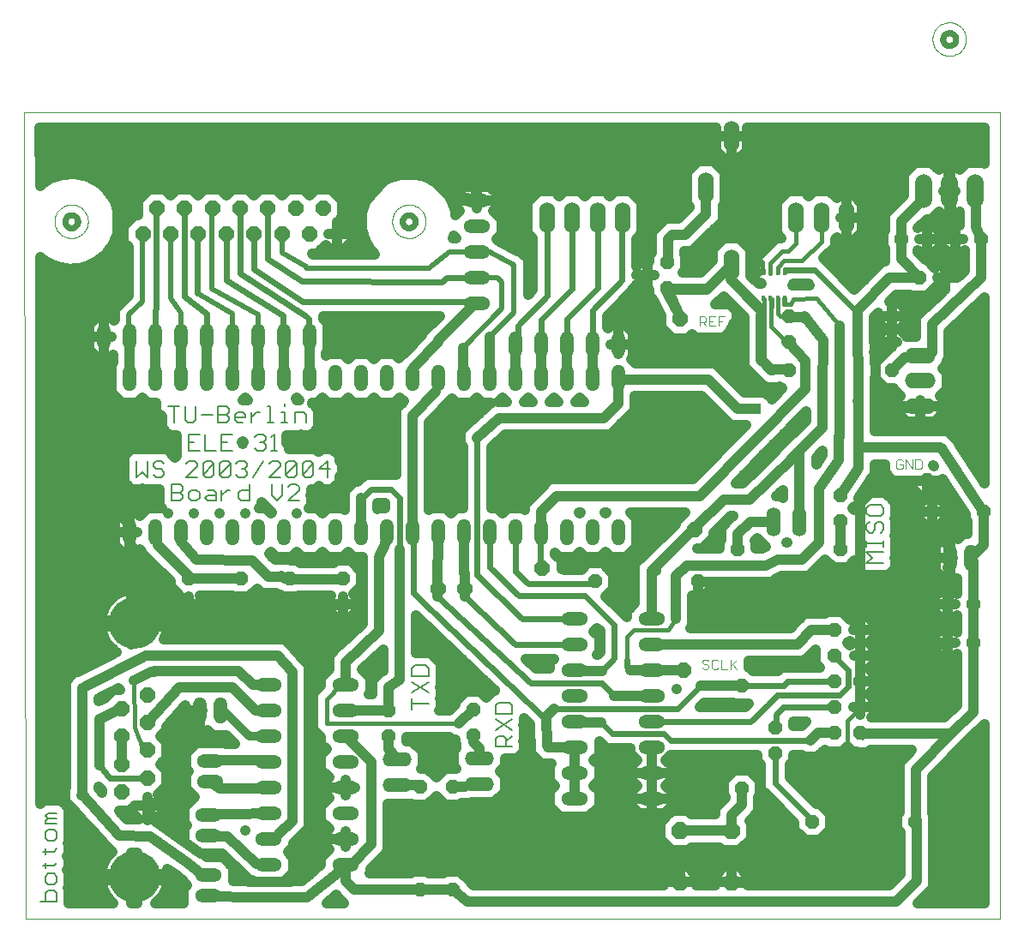
<source format=gbr>
G75*
G70*
%OFA0B0*%
%FSLAX24Y24*%
%IPPOS*%
%LPD*%
%AMOC8*
5,1,8,0,0,1.08239X$1,22.5*
%
%ADD10C,0.0000*%
%ADD11C,0.0060*%
%ADD12C,0.0030*%
%ADD13O,0.0520X0.1040*%
%ADD14O,0.1040X0.0520*%
%ADD15OC8,0.0560*%
%ADD16OC8,0.0600*%
%ADD17C,0.0240*%
%ADD18OC8,0.0520*%
%ADD19O,0.0660X0.1320*%
%ADD20OC8,0.0660*%
%ADD21O,0.1120X0.0560*%
%ADD22O,0.0560X0.1120*%
%ADD23O,0.0600X0.1200*%
%ADD24O,0.1200X0.0600*%
%ADD25C,0.2000*%
%ADD26R,0.0126X0.0236*%
%ADD27C,0.0400*%
%ADD28C,0.0200*%
%ADD29C,0.0320*%
%ADD30C,0.0160*%
%ADD31C,0.1500*%
%ADD32R,0.0400X0.0400*%
D10*
X040836Y001526D02*
X002954Y001537D01*
X002917Y032891D01*
X040833Y032891D01*
X040836Y001526D01*
X017210Y028643D02*
X017213Y028702D01*
X017221Y028761D01*
X017234Y028818D01*
X017253Y028875D01*
X017276Y028929D01*
X017305Y028981D01*
X017338Y029030D01*
X017375Y029076D01*
X017416Y029118D01*
X017461Y029156D01*
X017510Y029191D01*
X017561Y029220D01*
X017615Y029245D01*
X017670Y029265D01*
X017728Y029279D01*
X017786Y029289D01*
X017845Y029293D01*
X017904Y029291D01*
X017963Y029285D01*
X018021Y029273D01*
X018078Y029255D01*
X018132Y029233D01*
X018185Y029206D01*
X018235Y029174D01*
X018282Y029138D01*
X018325Y029097D01*
X018364Y029053D01*
X018399Y029006D01*
X018430Y028955D01*
X018456Y028902D01*
X018477Y028847D01*
X018493Y028790D01*
X018504Y028732D01*
X018509Y028673D01*
X018509Y028613D01*
X018504Y028554D01*
X018493Y028496D01*
X018477Y028439D01*
X018456Y028384D01*
X018430Y028331D01*
X018399Y028280D01*
X018364Y028233D01*
X018325Y028189D01*
X018282Y028148D01*
X018235Y028112D01*
X018185Y028080D01*
X018132Y028053D01*
X018078Y028031D01*
X018021Y028013D01*
X017963Y028001D01*
X017904Y027995D01*
X017845Y027993D01*
X017786Y027997D01*
X017728Y028007D01*
X017670Y028021D01*
X017615Y028041D01*
X017561Y028066D01*
X017510Y028095D01*
X017461Y028130D01*
X017416Y028168D01*
X017375Y028210D01*
X017338Y028256D01*
X017305Y028305D01*
X017276Y028357D01*
X017253Y028411D01*
X017234Y028468D01*
X017221Y028525D01*
X017213Y028584D01*
X017210Y028643D01*
X004090Y028643D02*
X004093Y028702D01*
X004101Y028761D01*
X004114Y028818D01*
X004133Y028875D01*
X004156Y028929D01*
X004185Y028981D01*
X004218Y029030D01*
X004255Y029076D01*
X004296Y029118D01*
X004341Y029156D01*
X004390Y029191D01*
X004441Y029220D01*
X004495Y029245D01*
X004550Y029265D01*
X004608Y029279D01*
X004666Y029289D01*
X004725Y029293D01*
X004784Y029291D01*
X004843Y029285D01*
X004901Y029273D01*
X004958Y029255D01*
X005012Y029233D01*
X005065Y029206D01*
X005115Y029174D01*
X005162Y029138D01*
X005205Y029097D01*
X005244Y029053D01*
X005279Y029006D01*
X005310Y028955D01*
X005336Y028902D01*
X005357Y028847D01*
X005373Y028790D01*
X005384Y028732D01*
X005389Y028673D01*
X005389Y028613D01*
X005384Y028554D01*
X005373Y028496D01*
X005357Y028439D01*
X005336Y028384D01*
X005310Y028331D01*
X005279Y028280D01*
X005244Y028233D01*
X005205Y028189D01*
X005162Y028148D01*
X005115Y028112D01*
X005065Y028080D01*
X005012Y028053D01*
X004958Y028031D01*
X004901Y028013D01*
X004843Y028001D01*
X004784Y027995D01*
X004725Y027993D01*
X004666Y027997D01*
X004608Y028007D01*
X004550Y028021D01*
X004495Y028041D01*
X004441Y028066D01*
X004390Y028095D01*
X004341Y028130D01*
X004296Y028168D01*
X004255Y028210D01*
X004218Y028256D01*
X004185Y028305D01*
X004156Y028357D01*
X004133Y028411D01*
X004114Y028468D01*
X004101Y028525D01*
X004093Y028584D01*
X004090Y028643D01*
X038214Y035731D02*
X038217Y035790D01*
X038225Y035849D01*
X038238Y035906D01*
X038257Y035963D01*
X038280Y036017D01*
X038309Y036069D01*
X038342Y036118D01*
X038379Y036164D01*
X038420Y036206D01*
X038465Y036244D01*
X038514Y036279D01*
X038565Y036308D01*
X038619Y036333D01*
X038674Y036353D01*
X038732Y036367D01*
X038790Y036377D01*
X038849Y036381D01*
X038908Y036379D01*
X038967Y036373D01*
X039025Y036361D01*
X039082Y036343D01*
X039136Y036321D01*
X039189Y036294D01*
X039239Y036262D01*
X039286Y036226D01*
X039329Y036185D01*
X039368Y036141D01*
X039403Y036094D01*
X039434Y036043D01*
X039460Y035990D01*
X039481Y035935D01*
X039497Y035878D01*
X039508Y035820D01*
X039513Y035761D01*
X039513Y035701D01*
X039508Y035642D01*
X039497Y035584D01*
X039481Y035527D01*
X039460Y035472D01*
X039434Y035419D01*
X039403Y035368D01*
X039368Y035321D01*
X039329Y035277D01*
X039286Y035236D01*
X039239Y035200D01*
X039189Y035168D01*
X039136Y035141D01*
X039082Y035119D01*
X039025Y035101D01*
X038967Y035089D01*
X038908Y035083D01*
X038849Y035081D01*
X038790Y035085D01*
X038732Y035095D01*
X038674Y035109D01*
X038619Y035129D01*
X038565Y035154D01*
X038514Y035183D01*
X038465Y035218D01*
X038420Y035256D01*
X038379Y035298D01*
X038342Y035344D01*
X038309Y035393D01*
X038280Y035445D01*
X038257Y035499D01*
X038238Y035556D01*
X038225Y035613D01*
X038217Y035672D01*
X038214Y035731D01*
X011840Y028143D02*
X011825Y028148D01*
D11*
X008723Y021447D02*
X008723Y020806D01*
X008510Y021447D02*
X008937Y021447D01*
X009154Y021447D02*
X009154Y020913D01*
X009261Y020806D01*
X009474Y020806D01*
X009581Y020913D01*
X009581Y021447D01*
X009799Y021126D02*
X010226Y021126D01*
X010443Y020806D02*
X010443Y021447D01*
X010764Y021447D01*
X010870Y021340D01*
X010870Y021233D01*
X010764Y021126D01*
X010870Y021020D01*
X010870Y020913D01*
X010764Y020806D01*
X010443Y020806D01*
X010443Y021126D02*
X010764Y021126D01*
X011408Y020806D02*
X011195Y020806D01*
X011088Y020913D01*
X011088Y021126D01*
X011195Y021233D01*
X011408Y021233D01*
X011515Y021126D01*
X011515Y021020D01*
X011088Y021020D01*
X011732Y020806D02*
X011732Y021233D01*
X011732Y021020D02*
X011946Y021233D01*
X012053Y021233D01*
X012377Y021447D02*
X012484Y021447D01*
X012484Y020806D01*
X012590Y020806D02*
X012377Y020806D01*
X012914Y021233D02*
X013021Y021233D01*
X013021Y020806D01*
X013127Y020806D02*
X012914Y020806D01*
X013021Y021447D02*
X013021Y021554D01*
X013451Y020806D02*
X013451Y021233D01*
X013771Y021233D01*
X013878Y021126D01*
X013878Y020806D01*
X009719Y020368D02*
X009292Y020368D01*
X009292Y019728D01*
X009719Y019728D01*
X009506Y020048D02*
X009292Y020048D01*
X009937Y020368D02*
X009937Y019728D01*
X010364Y019728D01*
X011008Y020368D02*
X010581Y020368D01*
X010581Y019728D01*
X011008Y019728D01*
X010795Y020048D02*
X010581Y020048D01*
X011871Y020262D02*
X011977Y020368D01*
X012191Y020368D01*
X012298Y020262D01*
X012298Y020155D01*
X012191Y020048D01*
X012084Y020048D01*
X012191Y020048D02*
X012298Y019941D01*
X012298Y019835D01*
X012191Y019728D01*
X011977Y019728D01*
X011871Y019835D01*
X012515Y020262D02*
X012622Y020368D01*
X012622Y019728D01*
X012515Y019728D02*
X012729Y019728D01*
X007276Y019331D02*
X007276Y018691D01*
X007490Y018904D01*
X007703Y018691D01*
X007703Y019331D01*
X008348Y019225D02*
X008241Y019331D01*
X008027Y019331D01*
X007921Y019225D01*
X007921Y019118D01*
X008027Y019011D01*
X008241Y019011D01*
X008348Y018904D01*
X008348Y018798D01*
X008241Y018691D01*
X008027Y018691D01*
X007921Y018798D01*
X009637Y018691D02*
X009210Y018691D01*
X009637Y019118D01*
X009637Y019225D01*
X009530Y019331D01*
X009316Y019331D01*
X009210Y019225D01*
X009854Y018798D02*
X009854Y019225D01*
X009961Y019331D01*
X010174Y019331D01*
X010281Y019225D01*
X010281Y018798D01*
X010174Y018691D01*
X009961Y018691D01*
X009854Y018798D01*
X010281Y019225D01*
X010499Y018798D02*
X010499Y019225D01*
X010605Y019331D01*
X010819Y019331D01*
X010926Y019225D01*
X010926Y018798D01*
X010819Y018691D01*
X010605Y018691D01*
X010499Y018798D01*
X010926Y019225D01*
X011143Y019225D02*
X011250Y019331D01*
X011463Y019331D01*
X011570Y019225D01*
X011570Y019118D01*
X011463Y019011D01*
X011357Y019011D01*
X011463Y019011D02*
X011570Y018904D01*
X011570Y018798D01*
X011463Y018691D01*
X011250Y018691D01*
X011143Y018798D01*
X011788Y018691D02*
X012215Y019331D01*
X012859Y018691D02*
X012432Y018691D01*
X012859Y019118D01*
X012859Y019225D01*
X012753Y019331D01*
X012539Y019331D01*
X012432Y019225D01*
X013077Y018798D02*
X013077Y019225D01*
X013184Y019331D01*
X013397Y019331D01*
X013504Y019225D01*
X013504Y018798D01*
X013397Y018691D01*
X013184Y018691D01*
X013077Y018798D01*
X013504Y019225D01*
X013721Y018798D02*
X013721Y019225D01*
X013828Y019331D01*
X014042Y019331D01*
X014148Y019225D01*
X014148Y018798D01*
X014042Y018691D01*
X013828Y018691D01*
X013721Y018798D01*
X014148Y019225D01*
X014686Y018691D02*
X014686Y019331D01*
X014366Y019011D01*
X014793Y019011D01*
X008652Y017773D02*
X008652Y018413D01*
X008972Y018413D01*
X009079Y018306D01*
X009079Y018200D01*
X008972Y018093D01*
X009079Y017986D01*
X009079Y017879D01*
X008972Y017773D01*
X008652Y017773D01*
X008652Y018093D02*
X008972Y018093D01*
X009403Y017773D02*
X009616Y017773D01*
X009723Y017879D01*
X009723Y018093D01*
X009616Y018200D01*
X009403Y018200D01*
X009296Y018093D01*
X009296Y017879D01*
X009403Y017773D01*
X010048Y018200D02*
X010261Y018200D01*
X010368Y018093D01*
X010368Y017773D01*
X010048Y017773D01*
X009941Y017879D01*
X010048Y017986D01*
X010368Y017986D01*
X010585Y017773D02*
X010585Y018200D01*
X010585Y017986D02*
X010799Y018200D01*
X010906Y018200D01*
X011657Y018413D02*
X011657Y017773D01*
X011337Y017773D01*
X011230Y017879D01*
X011230Y018093D01*
X011337Y018200D01*
X011657Y018200D01*
X012519Y018413D02*
X012519Y017986D01*
X012732Y017773D01*
X012946Y017986D01*
X012946Y018413D01*
X013590Y017773D02*
X013163Y017773D01*
X013590Y018200D01*
X013590Y018306D01*
X013484Y018413D01*
X013270Y018413D01*
X013163Y018306D01*
X021860Y008208D02*
X021219Y008208D01*
X021219Y008528D01*
X021326Y008635D01*
X021539Y008635D01*
X021646Y008528D01*
X021646Y008208D01*
X021646Y008421D02*
X021860Y008635D01*
X021860Y009279D02*
X021219Y008852D01*
X021219Y009279D02*
X021860Y008852D01*
X021219Y009497D02*
X021860Y009497D01*
X021860Y009817D01*
X021753Y009924D01*
X021326Y009924D01*
X021219Y009817D01*
X021219Y009497D01*
X018622Y009875D02*
X017981Y009875D01*
X017981Y009662D02*
X017981Y010089D01*
X017981Y010306D02*
X018622Y010733D01*
X018622Y010306D02*
X017981Y010733D01*
X017981Y010951D02*
X018622Y010951D01*
X018622Y011271D01*
X018515Y011378D01*
X018088Y011378D01*
X017981Y011271D01*
X017981Y010951D01*
X036292Y015355D02*
X035652Y015355D01*
X035865Y015568D01*
X035652Y015782D01*
X036292Y015782D01*
X036292Y015999D02*
X036292Y016213D01*
X036292Y016106D02*
X035652Y016106D01*
X035652Y015999D02*
X035652Y016213D01*
X035758Y016964D02*
X035652Y016857D01*
X035652Y016643D01*
X035758Y016537D01*
X035865Y016537D01*
X035972Y016643D01*
X035972Y016857D01*
X036079Y016964D01*
X036186Y016964D01*
X036292Y016857D01*
X036292Y016643D01*
X036186Y016537D01*
X035652Y017501D02*
X035652Y017288D01*
X035758Y017181D01*
X036186Y017181D01*
X036292Y017288D01*
X036292Y017501D01*
X036186Y017608D01*
X035758Y017608D01*
X035652Y017501D01*
X003526Y002200D02*
X004166Y002200D01*
X004166Y002521D01*
X004060Y002627D01*
X003846Y002627D01*
X003739Y002521D01*
X003739Y002200D01*
X004166Y002952D02*
X004166Y003165D01*
X004060Y003272D01*
X003846Y003272D01*
X003739Y003165D01*
X003739Y002952D01*
X003846Y002845D01*
X004060Y002845D01*
X004166Y002952D01*
X003633Y003596D02*
X004060Y003596D01*
X004166Y003703D01*
X003739Y003703D02*
X003739Y003489D01*
X003633Y004133D02*
X004060Y004133D01*
X004166Y004240D01*
X003739Y004240D02*
X003739Y004026D01*
X004166Y004670D02*
X004166Y004884D01*
X004060Y004991D01*
X003846Y004991D01*
X003739Y004884D01*
X003739Y004670D01*
X003846Y004564D01*
X004060Y004564D01*
X004166Y004670D01*
X004166Y005208D02*
X003739Y005208D01*
X003739Y005315D01*
X003846Y005422D01*
X004166Y005422D01*
X003846Y005422D02*
X003739Y005528D01*
X003846Y005635D01*
X004166Y005635D01*
D12*
X029166Y024584D02*
X029166Y024954D01*
X029351Y024954D01*
X029412Y024893D01*
X029412Y024769D01*
X029351Y024708D01*
X029166Y024708D01*
X029289Y024708D02*
X029412Y024584D01*
X029781Y024954D02*
X029534Y024954D01*
X029534Y024584D01*
X029781Y024584D01*
X029657Y024769D02*
X029534Y024769D01*
X029902Y024584D02*
X029902Y024954D01*
X030149Y024954D01*
X030026Y024769D02*
X029902Y024769D01*
X037054Y019316D02*
X036993Y019378D01*
X036869Y019378D01*
X036808Y019316D01*
X036808Y019069D01*
X036869Y019007D01*
X036993Y019007D01*
X037054Y019069D01*
X037054Y019193D01*
X036931Y019193D01*
X037176Y019007D02*
X037176Y019378D01*
X037423Y019007D01*
X037423Y019378D01*
X037544Y019378D02*
X037544Y019007D01*
X037729Y019007D01*
X037791Y019069D01*
X037791Y019316D01*
X037729Y019378D01*
X037544Y019378D01*
X029513Y011538D02*
X029451Y011600D01*
X029327Y011600D01*
X029266Y011538D01*
X029266Y011477D01*
X029327Y011415D01*
X029451Y011415D01*
X029513Y011353D01*
X029513Y011291D01*
X029451Y011230D01*
X029327Y011230D01*
X029266Y011291D01*
X029881Y011538D02*
X029819Y011600D01*
X029696Y011600D01*
X029634Y011538D01*
X029634Y011291D01*
X029696Y011230D01*
X029819Y011230D01*
X029881Y011291D01*
X030002Y011600D02*
X030002Y011230D01*
X030249Y011230D01*
X030371Y011230D02*
X030371Y011600D01*
X030371Y011353D02*
X030618Y011600D01*
X030432Y011415D02*
X030618Y011230D01*
D13*
X026000Y016543D03*
X025000Y016543D03*
X024000Y016543D03*
X023000Y016543D03*
X022000Y016543D03*
X021000Y016543D03*
X020000Y016543D03*
X019000Y016543D03*
X018000Y016543D03*
X017000Y016543D03*
X016000Y016543D03*
X015000Y016543D03*
X014000Y016543D03*
X013000Y016543D03*
X012000Y016543D03*
X011000Y016543D03*
X010000Y016543D03*
X009000Y016543D03*
X008000Y016543D03*
X007000Y016543D03*
X007000Y022543D03*
X008000Y022543D03*
X009000Y022543D03*
X010000Y022543D03*
X011000Y022543D03*
X012000Y022543D03*
X013000Y022543D03*
X014000Y022543D03*
X015000Y022543D03*
X016000Y022543D03*
X017000Y022543D03*
X018000Y022543D03*
X019000Y022543D03*
X020000Y022543D03*
X021000Y022543D03*
X022000Y022543D03*
X023000Y022543D03*
X024000Y022543D03*
X025000Y022543D03*
X026000Y022543D03*
X038899Y015543D03*
X039699Y015543D03*
X010534Y009618D03*
X009734Y009618D03*
X006000Y024143D03*
X007000Y024143D03*
X008000Y024143D03*
X009000Y024143D03*
X010000Y024143D03*
X011000Y024143D03*
X012000Y024143D03*
X013000Y024143D03*
X014000Y024143D03*
X026000Y023843D03*
X025000Y023843D03*
X024000Y023843D03*
X023000Y023843D03*
X022000Y023843D03*
D14*
X027299Y013193D03*
X027299Y012193D03*
X027299Y007193D03*
X027299Y006193D03*
X027299Y011193D03*
X027299Y010193D03*
X027299Y008193D03*
X027299Y009193D03*
X024299Y006193D03*
X024299Y007193D03*
X024299Y008193D03*
X024299Y009193D03*
X024299Y010193D03*
X024299Y011193D03*
X024299Y012193D03*
X024299Y013193D03*
X012407Y003612D03*
X012407Y004612D03*
X012407Y005612D03*
X012407Y006612D03*
X012407Y007612D03*
X012407Y008612D03*
X012407Y009612D03*
X012407Y010612D03*
X015407Y010612D03*
X015407Y009612D03*
X015407Y008612D03*
X015407Y007612D03*
X015407Y006612D03*
X015407Y005612D03*
X015407Y004612D03*
X015407Y003612D03*
X010084Y005552D03*
X010084Y004752D03*
X010151Y007664D03*
X010151Y006864D03*
X010072Y002428D03*
X010072Y003228D03*
X020500Y029443D03*
X020500Y028443D03*
X020500Y027443D03*
X020500Y026443D03*
X020500Y025443D03*
D15*
X034399Y008743D03*
X035399Y008743D03*
X034399Y009743D03*
X035399Y009743D03*
X034399Y010743D03*
X035399Y010743D03*
X034399Y011743D03*
X035399Y011743D03*
X034399Y012743D03*
X035399Y012743D03*
D16*
X015080Y028143D03*
X014000Y028143D03*
X012920Y028143D03*
X011840Y028143D03*
X010760Y028143D03*
X009680Y028143D03*
X008600Y028143D03*
X007520Y028143D03*
X014540Y029143D03*
X013460Y029143D03*
X012380Y029143D03*
X011300Y029143D03*
X010220Y029143D03*
X009140Y029143D03*
X008060Y029143D03*
X028400Y024843D03*
X037999Y018543D03*
X028962Y016658D03*
X023050Y015143D03*
X028549Y011193D03*
X020022Y014361D03*
X018987Y014361D03*
X007690Y010236D03*
X007690Y009156D03*
X007690Y008076D03*
X007690Y006996D03*
X007690Y005916D03*
X006690Y009696D03*
X006690Y008616D03*
X006690Y007536D03*
X006690Y006456D03*
D17*
X017610Y028643D02*
X017612Y028675D01*
X017618Y028706D01*
X017628Y028737D01*
X017642Y028766D01*
X017660Y028793D01*
X017680Y028817D01*
X017704Y028838D01*
X017730Y028857D01*
X017759Y028872D01*
X017789Y028883D01*
X017820Y028890D01*
X017852Y028893D01*
X017884Y028892D01*
X017916Y028887D01*
X017946Y028878D01*
X017976Y028865D01*
X018003Y028848D01*
X018028Y028828D01*
X018050Y028805D01*
X018070Y028779D01*
X018085Y028751D01*
X018097Y028722D01*
X018105Y028691D01*
X018109Y028659D01*
X018109Y028627D01*
X018105Y028595D01*
X018097Y028564D01*
X018085Y028535D01*
X018070Y028507D01*
X018050Y028481D01*
X018028Y028458D01*
X018003Y028438D01*
X017976Y028421D01*
X017946Y028408D01*
X017916Y028399D01*
X017884Y028394D01*
X017852Y028393D01*
X017820Y028396D01*
X017789Y028403D01*
X017759Y028414D01*
X017730Y028429D01*
X017704Y028448D01*
X017680Y028469D01*
X017660Y028493D01*
X017642Y028520D01*
X017628Y028549D01*
X017618Y028580D01*
X017612Y028611D01*
X017610Y028643D01*
X004490Y028643D02*
X004492Y028675D01*
X004498Y028706D01*
X004508Y028737D01*
X004522Y028766D01*
X004540Y028793D01*
X004560Y028817D01*
X004584Y028838D01*
X004610Y028857D01*
X004639Y028872D01*
X004669Y028883D01*
X004700Y028890D01*
X004732Y028893D01*
X004764Y028892D01*
X004796Y028887D01*
X004826Y028878D01*
X004856Y028865D01*
X004883Y028848D01*
X004908Y028828D01*
X004930Y028805D01*
X004950Y028779D01*
X004965Y028751D01*
X004977Y028722D01*
X004985Y028691D01*
X004989Y028659D01*
X004989Y028627D01*
X004985Y028595D01*
X004977Y028564D01*
X004965Y028535D01*
X004950Y028507D01*
X004930Y028481D01*
X004908Y028458D01*
X004883Y028438D01*
X004856Y028421D01*
X004826Y028408D01*
X004796Y028399D01*
X004764Y028394D01*
X004732Y028393D01*
X004700Y028396D01*
X004669Y028403D01*
X004639Y028414D01*
X004610Y028429D01*
X004584Y028448D01*
X004560Y028469D01*
X004540Y028493D01*
X004522Y028520D01*
X004508Y028549D01*
X004498Y028580D01*
X004492Y028611D01*
X004490Y028643D01*
X038614Y035731D02*
X038616Y035763D01*
X038622Y035794D01*
X038632Y035825D01*
X038646Y035854D01*
X038664Y035881D01*
X038684Y035905D01*
X038708Y035926D01*
X038734Y035945D01*
X038763Y035960D01*
X038793Y035971D01*
X038824Y035978D01*
X038856Y035981D01*
X038888Y035980D01*
X038920Y035975D01*
X038950Y035966D01*
X038980Y035953D01*
X039007Y035936D01*
X039032Y035916D01*
X039054Y035893D01*
X039074Y035867D01*
X039089Y035839D01*
X039101Y035810D01*
X039109Y035779D01*
X039113Y035747D01*
X039113Y035715D01*
X039109Y035683D01*
X039101Y035652D01*
X039089Y035623D01*
X039074Y035595D01*
X039054Y035569D01*
X039032Y035546D01*
X039007Y035526D01*
X038980Y035509D01*
X038950Y035496D01*
X038920Y035487D01*
X038888Y035482D01*
X038856Y035481D01*
X038824Y035484D01*
X038793Y035491D01*
X038763Y035502D01*
X038734Y035517D01*
X038708Y035536D01*
X038684Y035557D01*
X038664Y035581D01*
X038646Y035608D01*
X038632Y035637D01*
X038622Y035668D01*
X038616Y035699D01*
X038614Y035731D01*
X028399Y002943D02*
X028423Y002918D01*
X028449Y002893D01*
X027299Y006134D02*
X027299Y006193D01*
X030399Y002943D02*
X030449Y002943D01*
X038699Y026443D02*
X038649Y026443D01*
X038618Y026412D01*
X036649Y023943D02*
X036649Y023793D01*
X037999Y018543D02*
X037999Y018493D01*
X037949Y018543D01*
X037749Y021443D02*
X037738Y021453D01*
X037738Y021459D01*
X037749Y021443D02*
X037699Y021393D01*
X030400Y031943D02*
X030398Y031945D01*
X020485Y029384D02*
X020485Y029428D01*
X020500Y029443D01*
X027146Y027019D02*
X027150Y026543D01*
X027133Y026774D02*
X027145Y027091D01*
X027146Y027019D01*
X027150Y026543D02*
X027032Y026524D01*
X026000Y023843D02*
X026000Y023739D01*
X037929Y027978D02*
X037964Y027943D01*
X038636Y026394D02*
X038618Y026412D01*
X038618Y026412D01*
X027299Y007193D02*
X027299Y007163D01*
X027288Y007152D01*
X027299Y006134D02*
X027332Y006134D01*
X027299Y006167D01*
X035399Y009743D02*
X035399Y009713D01*
X035399Y010743D01*
X035399Y009713D02*
X035377Y009690D01*
X028408Y002903D02*
X028423Y002918D01*
X028423Y002918D01*
X028448Y002943D01*
X030406Y002915D02*
X030399Y002922D01*
X030399Y002943D01*
X030425Y002934D02*
X030406Y002915D01*
X035392Y011733D02*
X035399Y011740D01*
X035399Y011743D01*
X035392Y011733D02*
X035399Y011726D01*
X035389Y012737D02*
X035395Y012743D01*
X035399Y012743D01*
X035389Y012737D02*
X035399Y012726D01*
X038834Y012240D02*
X038831Y012243D01*
X038799Y012243D01*
X038834Y012240D02*
X038785Y012191D01*
X029165Y014669D02*
X029446Y014572D01*
X029099Y014643D01*
X029165Y014669D02*
X029168Y014666D01*
X013031Y014772D02*
X013023Y014765D01*
X013023Y014761D01*
X013031Y014772D02*
X012966Y014837D01*
X009300Y014743D02*
X009277Y014743D01*
X009247Y014772D01*
X025840Y010193D02*
X025365Y010687D01*
X022587Y010687D01*
X018985Y014052D01*
X018982Y014905D02*
X018973Y014907D01*
X018987Y014361D01*
X018973Y014907D02*
X018985Y014943D01*
X024299Y012193D02*
X021991Y012193D01*
X020025Y014040D01*
X020004Y014885D02*
X019970Y014888D01*
X020008Y014947D01*
X020025Y014947D02*
X020004Y014885D01*
X021000Y016543D02*
X021000Y015197D01*
X022121Y014077D01*
X024716Y014077D01*
X025847Y012946D01*
X025847Y011642D01*
X025368Y011164D01*
X024303Y011142D02*
X024299Y011146D01*
X024299Y011193D01*
X024324Y011164D02*
X024303Y011142D01*
X028044Y008452D02*
X033477Y008452D01*
X024262Y009209D02*
X024279Y009193D01*
X024299Y009193D01*
X024279Y009193D02*
X024332Y009139D01*
X024342Y009129D01*
X028044Y008452D02*
X027785Y008711D01*
X025775Y008711D01*
X025337Y009149D01*
X024332Y009139D02*
X024382Y009189D01*
X024422Y009149D01*
X034399Y012739D02*
X034388Y012728D01*
X034374Y012742D01*
X027299Y009193D02*
X031152Y009193D01*
X031825Y009866D01*
X032163Y010205D01*
X034591Y010205D01*
X034930Y010543D01*
X034399Y011711D02*
X034399Y011743D01*
X034930Y010543D02*
X034930Y011180D01*
X034399Y011711D01*
X034299Y009743D02*
X032414Y009743D01*
X032121Y009450D01*
X032063Y008910D02*
X032096Y008943D01*
X032099Y008943D01*
X032121Y009450D02*
X032121Y008968D01*
X032096Y008943D01*
X033549Y005293D02*
X033549Y005355D01*
X032104Y006800D01*
X032104Y007875D02*
X032099Y007880D01*
X032099Y007943D01*
X032104Y007875D02*
X032104Y006800D01*
X035225Y025141D02*
X035299Y025141D01*
X032512Y026771D02*
X033630Y026771D01*
X035225Y025141D01*
X037748Y026434D02*
X037748Y026443D01*
X035328Y019038D02*
X035291Y018979D01*
X035331Y020477D02*
X035387Y020573D01*
X035351Y020529D01*
X018270Y002626D02*
X018291Y002646D01*
X018291Y002658D01*
X018291Y002646D02*
X018307Y002662D01*
X015407Y003607D02*
X015425Y003589D01*
X015406Y003571D01*
X020517Y020219D02*
X020517Y014893D01*
X022273Y013185D01*
X024281Y013185D02*
X024288Y013193D01*
X024299Y013193D01*
X024281Y013185D02*
X022273Y013185D01*
X019556Y002663D02*
X019556Y002662D01*
X019557Y002662D01*
X019557Y002649D01*
X019586Y002673D02*
X020139Y002183D01*
X035385Y002176D02*
X035392Y002184D01*
X037597Y002978D02*
X037599Y002978D01*
X035368Y008743D02*
X035369Y008743D01*
X035399Y008743D01*
X035369Y008743D02*
X035462Y008837D01*
X011300Y029143D02*
X011305Y029191D01*
X011305Y026631D01*
X014013Y024098D02*
X014014Y024099D01*
X014015Y024099D01*
X014013Y024098D02*
X013986Y024126D01*
X011305Y026631D02*
X013864Y024963D01*
X013815Y024993D01*
X013840Y024990D01*
X014027Y024153D02*
X014016Y024143D01*
X014000Y024143D01*
X013972Y024208D02*
X013969Y024565D01*
X013969Y024860D01*
X013840Y024990D01*
X013972Y024208D02*
X014027Y024153D01*
X010757Y026346D02*
X010757Y028160D01*
X012981Y024057D02*
X012999Y024057D01*
X013034Y024092D01*
X010757Y026346D02*
X012981Y024979D01*
X012981Y024057D01*
X009680Y028143D02*
X009650Y028143D01*
X009650Y025863D01*
X009140Y029143D02*
X009140Y026354D01*
X009140Y025737D01*
X010007Y025051D01*
X009996Y024098D02*
X010012Y024114D01*
X010020Y024114D01*
X010007Y025051D02*
X010004Y024109D01*
X009996Y024098D01*
X008046Y029160D02*
X008046Y025495D01*
X008014Y024964D01*
X008028Y024112D02*
X008023Y024107D01*
X008012Y024107D01*
X008014Y024964D02*
X008014Y024126D01*
X008028Y024112D01*
X024299Y007193D02*
X024299Y007206D01*
X024287Y007218D01*
X034399Y010743D02*
X032580Y010743D01*
X032431Y010593D01*
X030792Y010567D02*
X030799Y010574D01*
X030799Y010593D01*
X032431Y010593D02*
X030819Y010593D01*
X030799Y010574D01*
X029186Y010574D02*
X028309Y009696D01*
X023506Y009696D01*
X023231Y008263D02*
X023282Y008194D01*
X024230Y008162D02*
X024261Y008193D01*
X024299Y008193D01*
X024230Y008162D02*
X024195Y008197D01*
X024308Y007186D02*
X024301Y007193D01*
X024299Y007193D01*
X024299Y007195D02*
X024301Y007193D01*
X023210Y009399D02*
X023283Y008189D01*
X023286Y008191D01*
X023240Y009232D01*
X018024Y014196D01*
X017985Y016489D02*
X018000Y016505D01*
X018000Y016543D01*
X018024Y014196D02*
X018024Y016450D01*
X017985Y016489D01*
X020500Y026443D02*
X019319Y026443D01*
X019132Y026276D01*
X013710Y026320D01*
X012354Y027193D01*
X012335Y029175D02*
X012367Y029143D01*
X012380Y029143D01*
X012354Y027193D02*
X012376Y029134D01*
X012367Y029143D01*
X023224Y028782D02*
X023225Y026149D01*
X023225Y025740D01*
X022086Y024601D01*
X022000Y023724D02*
X021998Y023724D01*
X022086Y024601D02*
X022086Y023812D01*
X021998Y023724D01*
X024208Y028782D02*
X024208Y026007D01*
X023006Y024805D01*
X023000Y023739D02*
X022992Y023739D01*
X023006Y024805D02*
X023006Y023754D01*
X022992Y023739D01*
X025193Y028782D02*
X025193Y026042D01*
X023999Y024849D01*
X024000Y023812D02*
X023956Y023812D01*
X023999Y024849D02*
X023999Y023856D01*
X023956Y023812D01*
X026150Y028756D02*
X026150Y026343D01*
X025007Y025199D01*
X025022Y023841D02*
X025020Y023843D01*
X025000Y023843D01*
X025007Y025199D02*
X025007Y023856D01*
X025020Y023843D01*
X024999Y014543D02*
X023889Y014543D01*
X023291Y014555D01*
X022502Y014555D01*
X022001Y015007D01*
X021961Y016556D02*
X021974Y016543D01*
X022000Y016543D01*
X022001Y015007D02*
X022001Y016516D01*
X021974Y016543D01*
X028399Y004943D02*
X028349Y004943D01*
X028299Y004893D01*
X030436Y004961D02*
X030418Y004943D01*
X030399Y004943D01*
X030436Y004961D02*
X030393Y005004D01*
X017026Y009612D02*
X015407Y009612D01*
X017057Y009612D02*
X017100Y009612D01*
X017110Y009602D01*
X016011Y017882D02*
X016033Y017882D01*
X016387Y018236D01*
X017182Y018236D01*
X017513Y017904D01*
X017508Y015895D02*
X017508Y017841D01*
X017513Y017904D01*
X017066Y009647D02*
X017057Y009637D01*
X017057Y009612D01*
X034627Y016999D02*
X034681Y017020D01*
X034639Y016660D02*
X034644Y016656D01*
X030638Y015879D02*
X030644Y015885D01*
X030644Y015899D01*
X030646Y015887D02*
X030644Y015885D01*
X015409Y010641D02*
X015407Y010638D01*
X015407Y010612D01*
X032649Y023915D02*
X032649Y023943D01*
X023035Y015063D02*
X023050Y015078D01*
X023050Y015143D01*
X022981Y016222D02*
X022981Y015117D01*
X023035Y015063D01*
X029418Y029925D02*
X029400Y029943D01*
X027937Y027023D02*
X027920Y027023D01*
X027900Y027043D01*
X034591Y020264D02*
X034598Y020257D01*
X034581Y020295D01*
X026349Y011593D02*
X026349Y011323D01*
X026471Y011200D01*
X027307Y011180D02*
X027299Y011189D01*
X027299Y011193D01*
X027299Y011189D02*
X027287Y011200D01*
X027287Y011160D02*
X027299Y011172D01*
X027299Y011193D01*
X027299Y011172D02*
X027320Y011193D01*
X017407Y007770D02*
X017407Y007712D01*
X017065Y008595D02*
X017057Y008603D01*
X017057Y008612D01*
X017065Y008595D02*
X017057Y008587D01*
X018291Y006658D02*
X018325Y006562D01*
X018173Y006715D01*
X017424Y006691D02*
X017407Y006709D01*
X017407Y006712D01*
X017424Y006691D02*
X017447Y006715D01*
X020614Y007760D02*
X020612Y007762D01*
X020607Y007762D01*
X020612Y007762D02*
X020606Y007768D01*
X020607Y006762D02*
X020124Y006762D01*
X020021Y006660D01*
X019577Y006660D02*
X019575Y006662D01*
X019557Y006662D01*
X005835Y007478D02*
X006248Y007000D01*
X007661Y007000D01*
X019000Y023943D02*
X019000Y023995D01*
X020493Y025488D01*
X019000Y024009D02*
X019000Y023995D01*
X020480Y025488D02*
X020438Y025529D01*
X013738Y025529D01*
X011825Y028148D02*
X011826Y028157D01*
X013738Y025529D02*
X011825Y026782D01*
X011825Y028148D01*
D18*
X013248Y014743D03*
X011348Y014743D03*
X009300Y014743D03*
X009300Y013743D03*
X015300Y014743D03*
X015300Y013743D03*
X040199Y017343D03*
X038199Y017343D03*
X039799Y012243D03*
X038799Y012243D03*
X033549Y005293D03*
X037549Y005293D03*
X032099Y007943D03*
X032099Y008943D03*
X038699Y026443D03*
X037699Y026443D03*
X039099Y027943D03*
X040099Y027943D03*
X030799Y006593D03*
X030799Y010593D03*
X020357Y008662D03*
X020357Y009662D03*
X017057Y008612D03*
X017057Y009612D03*
X034627Y017999D03*
X034627Y016999D03*
X030644Y015899D03*
X034644Y015899D03*
X025099Y014643D03*
X029099Y014643D03*
X039799Y013743D03*
X038799Y013743D03*
X036999Y027943D03*
X037999Y027943D03*
X027900Y026043D03*
X027150Y026543D03*
X027900Y027043D03*
X036649Y022843D03*
X032649Y022843D03*
X036649Y024951D03*
X032649Y024951D03*
X036649Y023943D03*
X032649Y023943D03*
X019557Y006662D03*
X019557Y002662D03*
X018291Y006658D03*
X018291Y002658D03*
D19*
X039864Y029831D03*
X038864Y029831D03*
X037864Y029831D03*
D20*
X030399Y004943D03*
X028399Y004943D03*
X028399Y002943D03*
X030399Y002943D03*
D21*
X017407Y006712D03*
X017407Y007712D03*
X020607Y007762D03*
X020607Y006762D03*
D22*
X032044Y016949D03*
X033044Y016949D03*
D23*
X025193Y028782D03*
X026177Y028782D03*
X024208Y028782D03*
X023224Y028782D03*
X030400Y026943D03*
X030400Y031943D03*
X029400Y029943D03*
X034885Y028782D03*
X033900Y028782D03*
X032916Y028782D03*
D24*
X037738Y021459D03*
X037738Y022443D03*
X037738Y023427D03*
D25*
X007190Y013006D03*
X007190Y003146D03*
D26*
X031915Y025647D03*
X032189Y025647D03*
X032463Y025647D03*
X031635Y025647D03*
X032453Y026657D03*
X032199Y026657D03*
X031915Y026657D03*
X031635Y026657D03*
D27*
X006900Y016943D02*
X006000Y017843D01*
X006000Y024143D01*
X006900Y016943D02*
X007000Y016543D01*
X038199Y017343D02*
X038199Y018443D01*
X037999Y018543D01*
X038899Y015543D02*
X038886Y015490D01*
X038799Y015143D01*
X038799Y016043D02*
X038199Y016643D01*
X038199Y017343D01*
X038799Y016043D02*
X038899Y015543D01*
X033806Y014629D02*
X035366Y012829D01*
X035399Y012743D01*
X020100Y029543D02*
X019500Y029543D01*
X018600Y030443D01*
X017100Y030443D01*
X016277Y029525D01*
X015095Y028165D01*
X020100Y029543D02*
X020500Y029443D01*
X038833Y030437D02*
X038856Y031194D01*
X038913Y030753D02*
X038864Y029831D01*
X009300Y013643D02*
X014117Y013731D01*
X015300Y013721D01*
X009300Y013743D02*
X009300Y013643D01*
X009310Y013708D02*
X007037Y016060D01*
X007000Y016543D01*
X009507Y009312D02*
X008808Y008630D01*
X008808Y006612D01*
X007707Y006012D02*
X007716Y005820D01*
X008808Y006612D01*
X007716Y005820D02*
X007986Y005327D01*
X008023Y005304D01*
X009784Y004046D01*
X010495Y004065D01*
X011627Y002968D01*
X013272Y002968D01*
X014916Y004620D02*
X014243Y004629D01*
X013272Y002968D01*
X014916Y004620D02*
X015407Y004612D01*
X014243Y004629D02*
X014113Y006599D01*
X014117Y013731D01*
X015407Y006612D02*
X014907Y006612D01*
X014413Y006611D01*
X036049Y031943D02*
X034900Y031943D01*
X031265Y031943D01*
X030400Y031943D01*
X036037Y031948D02*
X036049Y031943D01*
X037981Y031948D02*
X036581Y031948D01*
X036037Y031948D01*
X037981Y031948D02*
X038856Y031194D01*
X031265Y031943D02*
X031266Y027401D01*
X036649Y024951D02*
X036649Y023943D01*
X006000Y024143D02*
X006000Y026293D01*
X006550Y026843D01*
X006550Y029743D01*
X007250Y030443D01*
X015050Y030443D01*
X016277Y029525D01*
X027299Y006134D02*
X027299Y003867D01*
X028399Y002943D01*
X036649Y024951D02*
X037431Y024951D01*
X038618Y026412D01*
X036649Y023793D02*
X035999Y023143D01*
X035999Y021643D01*
X036249Y021393D01*
X036249Y018543D02*
X037949Y018543D01*
X037699Y021393D02*
X036249Y021393D01*
X030398Y031945D02*
X027148Y031945D01*
X021704Y031945D01*
X020485Y030726D01*
X020485Y029428D01*
X027148Y031945D02*
X027133Y026774D01*
X027032Y026524D02*
X025989Y025386D01*
X026000Y023843D01*
X037964Y027943D02*
X039099Y027943D01*
X039099Y026857D01*
X038636Y026394D01*
X027299Y008193D02*
X027299Y007193D01*
X027299Y006167D01*
X028448Y002943D02*
X030399Y002943D01*
X035399Y009759D02*
X035399Y010743D01*
X034905Y004409D02*
X033490Y002934D01*
X030425Y002934D01*
X035399Y010743D02*
X035399Y011726D01*
X035399Y011743D02*
X035399Y012696D01*
X035399Y012726D01*
X035399Y011743D02*
X037687Y011743D01*
X038135Y012191D01*
X038785Y012191D01*
X033806Y014629D02*
X029199Y014617D01*
X029168Y014666D01*
X039099Y027943D02*
X038945Y028096D01*
X038942Y028096D01*
X038913Y030753D01*
X007090Y005668D02*
X007090Y005810D01*
X006996Y005716D01*
X006597Y005716D01*
X006898Y005385D01*
X007384Y005373D01*
X007090Y005668D01*
X006456Y010436D02*
X006619Y010436D01*
X006563Y010492D01*
X006456Y010436D01*
X018283Y011848D02*
X018710Y011848D01*
X018985Y011572D01*
X018985Y011572D01*
X019092Y011466D01*
X019092Y011466D01*
X019092Y011145D01*
X019092Y010756D01*
X019092Y010539D01*
X019073Y010520D01*
X019092Y010501D01*
X019092Y010112D01*
X019071Y010091D01*
X019092Y010070D01*
X019092Y009681D01*
X019044Y009632D01*
X019421Y009632D01*
X019657Y009867D01*
X019657Y009952D01*
X020067Y010362D01*
X020646Y010362D01*
X020873Y010136D01*
X020988Y010250D01*
X020994Y010256D01*
X021131Y010394D01*
X021207Y010394D01*
X018141Y013311D01*
X018137Y011848D01*
X018283Y011848D01*
X017757Y008432D02*
X017985Y008432D01*
X018407Y008011D01*
X018407Y007414D01*
X018351Y007358D01*
X018580Y007358D01*
X018922Y007017D01*
X019267Y007362D01*
X019708Y007362D01*
X019607Y007464D01*
X019607Y008061D01*
X019717Y008171D01*
X019717Y008312D01*
X019657Y008372D01*
X019657Y008472D01*
X019541Y008472D01*
X019421Y008592D01*
X017757Y008592D01*
X017757Y008432D01*
X005808Y006586D02*
X005950Y006430D01*
X005950Y006506D01*
X005808Y006648D01*
X005808Y006586D01*
X006306Y010360D02*
X005803Y010101D01*
X005803Y009979D01*
X006047Y010100D01*
X006306Y010360D01*
X016367Y010902D02*
X016367Y010322D01*
X016296Y010252D01*
X016426Y010252D01*
X016426Y010773D01*
X016801Y011148D01*
X016849Y011148D01*
X016856Y011153D01*
X016858Y011988D01*
X016049Y011226D01*
X016049Y011220D01*
X016367Y010902D01*
X033940Y019553D02*
X033940Y019710D01*
X033687Y019462D01*
X033687Y019204D01*
X033940Y019553D01*
X031386Y018990D02*
X032056Y019640D01*
X032056Y019652D01*
X032246Y019842D01*
X033302Y020877D01*
X033301Y021260D01*
X030563Y018470D01*
X030833Y018470D01*
X031386Y018990D01*
X028222Y016964D02*
X028588Y017330D01*
X026463Y017330D01*
X026700Y017093D01*
X026700Y015993D01*
X026290Y015583D01*
X025711Y015583D01*
X025500Y015793D01*
X025290Y015583D01*
X024711Y015583D01*
X024500Y015793D01*
X024290Y015583D01*
X023711Y015583D01*
X023541Y015752D01*
X023541Y015699D01*
X023790Y015449D01*
X023790Y015105D01*
X023895Y015103D01*
X024569Y015103D01*
X024809Y015343D01*
X025389Y015343D01*
X025799Y014933D01*
X025799Y014353D01*
X025515Y014069D01*
X026079Y013506D01*
X026339Y013246D01*
X026339Y013483D01*
X026649Y013793D01*
X026649Y014780D01*
X026649Y015311D01*
X027024Y015685D01*
X027043Y015685D01*
X028222Y016865D01*
X028222Y016964D01*
X029944Y015910D02*
X029944Y016189D01*
X030006Y016251D01*
X030006Y016737D01*
X030381Y017112D01*
X030381Y017112D01*
X030458Y017190D01*
X030357Y017190D01*
X029702Y016535D01*
X029702Y016351D01*
X029269Y015918D01*
X029086Y015918D01*
X029077Y015910D01*
X029944Y015910D01*
X032342Y017949D02*
X032407Y017884D01*
X032407Y018198D01*
X032277Y018072D01*
X032274Y018069D01*
X032270Y018065D01*
X032150Y017949D01*
X032342Y017949D01*
X032700Y012833D02*
X032874Y013007D01*
X033249Y013382D01*
X034020Y013382D01*
X034101Y013463D01*
X034697Y013463D01*
X034998Y013162D01*
X035159Y013323D01*
X035399Y013323D01*
X035399Y012743D01*
X035119Y012743D01*
X035119Y012743D01*
X035399Y012743D01*
X035399Y012163D01*
X035399Y011743D01*
X035159Y011743D01*
X035160Y011743D01*
X035399Y011743D01*
X035399Y011503D01*
X035399Y011503D01*
X035399Y011743D01*
X035979Y011743D01*
X035979Y011503D01*
X035719Y011243D01*
X035979Y010983D01*
X035979Y010743D01*
X035490Y010743D01*
X035490Y010743D01*
X035979Y010743D01*
X035979Y010503D01*
X035719Y010243D01*
X035979Y009983D01*
X035979Y009743D01*
X035399Y009743D01*
X035399Y010163D01*
X035399Y010220D01*
X035399Y010220D01*
X035399Y010163D01*
X035399Y009743D01*
X035119Y009743D01*
X035119Y009743D01*
X035399Y009743D01*
X035399Y009463D01*
X035399Y009463D01*
X035399Y009743D01*
X035979Y009743D01*
X035979Y009503D01*
X035829Y009352D01*
X038676Y009352D01*
X038676Y009352D01*
X039159Y009835D01*
X039159Y011811D01*
X039031Y011683D01*
X038799Y011683D01*
X038799Y012243D01*
X039099Y012243D01*
X039099Y012243D01*
X038799Y012243D01*
X038799Y012803D01*
X039031Y012803D01*
X039165Y012669D01*
X039165Y013317D01*
X039031Y013183D01*
X038799Y013183D01*
X038799Y013743D01*
X039099Y013743D01*
X039099Y013743D01*
X038799Y013743D01*
X038799Y014303D01*
X039031Y014303D01*
X039165Y014169D01*
X039165Y014757D01*
X039131Y014723D01*
X038899Y014723D01*
X038899Y015543D01*
X038999Y015543D01*
X038999Y015543D01*
X038899Y015543D01*
X038899Y016363D01*
X039131Y016363D01*
X039200Y016294D01*
X039409Y016503D01*
X039559Y016503D01*
X039559Y016993D01*
X039499Y017053D01*
X039499Y017238D01*
X038599Y018616D01*
X038599Y018543D01*
X037999Y018543D01*
X037999Y018634D01*
X037999Y018633D01*
X037999Y018543D01*
X037399Y018543D01*
X037399Y018552D01*
X037356Y018552D01*
X037234Y018552D01*
X036988Y018552D01*
X036804Y018552D01*
X036681Y018552D01*
X036414Y018819D01*
X036353Y018881D01*
X036353Y019204D01*
X035969Y019204D01*
X035967Y018772D01*
X035833Y018638D01*
X035327Y017891D01*
X035327Y017841D01*
X035420Y017934D01*
X035426Y017940D01*
X035564Y018078D01*
X035953Y018078D01*
X036380Y018078D01*
X036439Y018020D01*
X036518Y017940D01*
X036520Y017938D01*
X036656Y017803D01*
X036656Y017803D01*
X036762Y017696D01*
X036762Y017696D01*
X036762Y017307D01*
X036762Y017093D01*
X036741Y017072D01*
X036762Y017051D01*
X036762Y016838D01*
X036762Y016449D01*
X036742Y016428D01*
X036762Y016408D01*
X036762Y016301D01*
X036762Y015912D01*
X036762Y015805D01*
X036762Y015587D01*
X036743Y015568D01*
X036762Y015550D01*
X036762Y015160D01*
X036487Y014885D01*
X035846Y014885D01*
X035457Y014885D01*
X035182Y015160D01*
X035182Y015447D01*
X034934Y015199D01*
X034354Y015199D01*
X034051Y015502D01*
X033784Y015234D01*
X033409Y014859D01*
X032348Y014859D01*
X032125Y014746D01*
X032009Y014630D01*
X031744Y014630D01*
X031694Y014630D01*
X031479Y014630D01*
X029659Y014630D01*
X029659Y014411D01*
X029331Y014083D01*
X029099Y014083D01*
X029099Y014630D01*
X029099Y014630D01*
X029099Y014083D01*
X028880Y014083D01*
X028880Y012923D01*
X028789Y012833D01*
X032700Y012833D01*
X038247Y017943D02*
X037999Y017943D01*
X037999Y018543D01*
X038599Y018543D01*
X038599Y018294D01*
X038247Y017943D01*
X038799Y014303D02*
X038799Y013743D01*
X038239Y013743D01*
X038239Y013975D01*
X038567Y014303D01*
X038799Y014303D01*
X038239Y013511D02*
X038239Y013743D01*
X038799Y013743D01*
X038799Y013183D01*
X038567Y013183D01*
X038239Y013511D01*
X038667Y016363D02*
X038899Y016363D01*
X038899Y015543D01*
X038339Y015543D01*
X038339Y016035D01*
X038667Y016363D01*
X038339Y015051D02*
X038339Y015543D01*
X038899Y015543D01*
X038899Y014723D01*
X038667Y014723D01*
X038339Y015051D01*
X038799Y012803D02*
X038799Y012243D01*
X038239Y012243D01*
X038239Y012475D01*
X038567Y012803D01*
X038799Y012803D01*
X038239Y012011D02*
X038239Y012243D01*
X038799Y012243D01*
X038799Y011683D01*
X038567Y011683D01*
X038239Y012011D01*
X035979Y011983D02*
X035979Y011743D01*
X035399Y011743D01*
X035399Y012163D01*
X035399Y012743D01*
X035979Y012743D01*
X035979Y012503D01*
X035719Y012243D01*
X035979Y011983D01*
X035979Y012983D02*
X035979Y012743D01*
X035399Y012743D01*
X035399Y013323D01*
X035639Y013323D01*
X035979Y012983D01*
X038431Y016783D02*
X038199Y016783D01*
X038199Y017343D01*
X038759Y017343D01*
X038759Y017111D01*
X038431Y016783D01*
X038759Y017575D02*
X038759Y017343D01*
X038199Y017343D01*
X038199Y017903D01*
X038431Y017903D01*
X038759Y017575D01*
X037639Y017111D02*
X037639Y017343D01*
X038199Y017343D01*
X038199Y016783D01*
X037967Y016783D01*
X037639Y017111D01*
X038199Y017903D02*
X038199Y017343D01*
X037639Y017343D01*
X037639Y017575D01*
X037967Y017903D01*
X038199Y017903D01*
X037399Y018294D02*
X037399Y018543D01*
X037999Y018543D01*
X037999Y017943D01*
X037750Y017943D01*
X037399Y018294D01*
X025049Y012693D02*
X025259Y012483D01*
X025259Y011903D01*
X025160Y011804D01*
X025216Y011804D01*
X025287Y011874D01*
X025287Y012714D01*
X025178Y012822D01*
X025049Y012693D01*
X033395Y026211D02*
X032810Y026211D01*
X032756Y026157D01*
X032757Y026157D01*
X032818Y026157D01*
X033444Y026161D01*
X033395Y026211D01*
X030370Y020721D02*
X029995Y021096D01*
X029238Y021853D01*
X026640Y021853D01*
X026640Y021829D01*
X026640Y021299D01*
X026066Y020724D01*
X025691Y020349D01*
X021608Y020349D01*
X021077Y019863D01*
X021077Y017503D01*
X021290Y017503D01*
X021500Y017293D01*
X021711Y017503D01*
X022290Y017503D01*
X022360Y017433D01*
X022360Y017623D01*
X022973Y018235D01*
X023347Y018610D01*
X028908Y018610D01*
X030976Y020718D01*
X030950Y020718D01*
X030946Y020721D01*
X030370Y020721D01*
X008490Y003405D02*
X008490Y003271D01*
X007315Y003271D01*
X007315Y004095D01*
X007065Y004101D01*
X007065Y003271D01*
X005890Y003271D01*
X005890Y003405D01*
X006088Y003883D01*
X006330Y004125D01*
X006259Y004197D01*
X006144Y004311D01*
X005968Y004487D01*
X005968Y004505D01*
X004914Y005667D01*
X004909Y005667D01*
X004904Y005672D01*
X004903Y005672D01*
X004721Y005855D01*
X004721Y005855D01*
X004628Y005947D01*
X004529Y006047D01*
X004529Y006047D01*
X004529Y006053D01*
X004510Y006072D01*
X004510Y006602D01*
X004528Y006621D01*
X004523Y010226D01*
X004523Y010227D01*
X004523Y010491D01*
X004523Y010491D01*
X004523Y010626D01*
X004523Y010757D01*
X004781Y011015D01*
X004897Y011132D01*
X005008Y011132D01*
X006486Y011891D01*
X006453Y011904D01*
X006088Y012270D01*
X005890Y012748D01*
X005890Y012881D01*
X007065Y012881D01*
X007065Y012187D01*
X007247Y012281D01*
X007315Y012349D01*
X007315Y012881D01*
X008490Y012881D01*
X008490Y012748D01*
X008344Y012397D01*
X012509Y012397D01*
X013039Y012397D01*
X013242Y012195D01*
X013242Y012195D01*
X013414Y012022D01*
X013414Y011998D01*
X013798Y011559D01*
X013970Y011387D01*
X013970Y005579D01*
X013970Y005049D01*
X013778Y004856D01*
X013778Y004856D01*
X013595Y004674D01*
X013587Y004674D01*
X013367Y004462D01*
X013367Y004322D01*
X013156Y004112D01*
X013367Y003902D01*
X013367Y003322D01*
X013035Y002990D01*
X013686Y002990D01*
X014447Y003615D01*
X014447Y003902D01*
X014756Y004211D01*
X014587Y004380D01*
X014587Y004612D01*
X015406Y004612D01*
X015406Y004312D01*
X015407Y004312D01*
X015407Y004612D01*
X015707Y004612D01*
X015707Y004613D01*
X015407Y004613D01*
X015407Y004912D01*
X015406Y004912D01*
X015406Y004613D01*
X014587Y004613D01*
X014587Y004844D01*
X014756Y005013D01*
X014447Y005322D01*
X014447Y005902D01*
X014756Y006211D01*
X014587Y006380D01*
X014587Y006612D01*
X015406Y006612D01*
X015406Y006312D01*
X015407Y006312D01*
X015407Y006612D01*
X015767Y006612D01*
X015767Y006613D01*
X015407Y006613D01*
X015407Y006912D01*
X015406Y006912D01*
X015406Y006613D01*
X014587Y006613D01*
X014587Y006844D01*
X014756Y007013D01*
X014447Y007322D01*
X014447Y007902D01*
X014657Y008112D01*
X014447Y008322D01*
X014447Y008592D01*
X014441Y008592D01*
X014137Y008897D01*
X014137Y009847D01*
X014137Y010278D01*
X014447Y010588D01*
X014447Y010902D01*
X014769Y011225D01*
X014769Y011768D01*
X015144Y012143D01*
X015155Y012143D01*
X016066Y013001D01*
X016067Y015484D01*
X016067Y015583D01*
X015711Y015583D01*
X015500Y015793D01*
X015290Y015583D01*
X014711Y015583D01*
X014500Y015793D01*
X014290Y015583D01*
X013711Y015583D01*
X013500Y015793D01*
X013290Y015583D01*
X012711Y015583D01*
X012500Y015793D01*
X012425Y015718D01*
X012660Y015483D01*
X013094Y015483D01*
X013102Y015477D01*
X013231Y015477D01*
X013265Y015443D01*
X013538Y015443D01*
X013622Y015359D01*
X014926Y015359D01*
X015011Y015443D01*
X015590Y015443D01*
X016000Y015033D01*
X016000Y014453D01*
X015691Y014144D01*
X015860Y013975D01*
X015860Y013743D01*
X015301Y013743D01*
X015301Y014043D01*
X015300Y014043D01*
X015300Y013743D01*
X014740Y013743D01*
X014740Y013975D01*
X014844Y014079D01*
X013574Y014079D01*
X013538Y014043D01*
X012958Y014043D01*
X012880Y014121D01*
X012830Y014121D01*
X012715Y014197D01*
X012135Y014197D01*
X011964Y014369D01*
X011638Y014043D01*
X011058Y014043D01*
X010998Y014103D01*
X009732Y014103D01*
X009860Y013975D01*
X009860Y013743D01*
X009301Y013743D01*
X009301Y014043D01*
X009300Y014043D01*
X009300Y013743D01*
X008740Y013743D01*
X008740Y013975D01*
X008910Y014144D01*
X008600Y014453D01*
X008600Y014638D01*
X007835Y015403D01*
X007511Y015727D01*
X007460Y015778D01*
X007460Y015833D01*
X007401Y015892D01*
X007232Y015723D01*
X007001Y015723D01*
X007001Y016543D01*
X007300Y016543D01*
X007300Y016543D01*
X007001Y016543D01*
X007001Y017363D01*
X007232Y017363D01*
X007401Y017194D01*
X007711Y017503D01*
X008257Y017503D01*
X008182Y017578D01*
X008182Y017898D01*
X008182Y018221D01*
X007833Y018221D01*
X007508Y018221D01*
X007490Y018240D01*
X007471Y018221D01*
X007081Y018221D01*
X006806Y018496D01*
X006806Y018886D01*
X006806Y019526D01*
X007081Y019801D01*
X007471Y019801D01*
X007490Y019783D01*
X007508Y019801D01*
X007833Y019801D01*
X008222Y019801D01*
X008436Y019801D01*
X008559Y019678D01*
X008680Y019557D01*
X008779Y019458D01*
X008838Y019518D01*
X008822Y019533D01*
X008822Y019853D01*
X008822Y020243D01*
X008822Y020336D01*
X008529Y020336D01*
X008253Y020612D01*
X008253Y021039D01*
X008040Y021252D01*
X008040Y021583D01*
X007711Y021583D01*
X007500Y021793D01*
X007290Y021583D01*
X006711Y021583D01*
X006300Y021993D01*
X006300Y023093D01*
X006363Y023155D01*
X006363Y023453D01*
X006232Y023323D01*
X006001Y023323D01*
X006001Y024143D01*
X006300Y024143D01*
X006300Y024143D01*
X006001Y024143D01*
X006001Y024963D01*
X006232Y024963D01*
X006401Y024794D01*
X006440Y024833D01*
X006440Y025001D01*
X006440Y025001D01*
X006440Y025231D01*
X006460Y025250D01*
X006960Y025751D01*
X006960Y027656D01*
X006780Y027836D01*
X006780Y028449D01*
X007214Y028883D01*
X007320Y028883D01*
X007320Y029449D01*
X007754Y029883D01*
X008367Y029883D01*
X008600Y029649D01*
X008834Y029883D01*
X009447Y029883D01*
X009680Y029649D01*
X009914Y029883D01*
X010527Y029883D01*
X010760Y029649D01*
X010994Y029883D01*
X011607Y029883D01*
X011840Y029649D01*
X012074Y029883D01*
X012687Y029883D01*
X012920Y029649D01*
X013154Y029883D01*
X013767Y029883D01*
X014000Y029649D01*
X014234Y029883D01*
X014847Y029883D01*
X015280Y029449D01*
X015280Y028836D01*
X015187Y028743D01*
X015329Y028743D01*
X015680Y028391D01*
X015680Y028143D01*
X015081Y028143D01*
X015081Y028637D01*
X015080Y028636D01*
X015080Y028143D01*
X014740Y028143D01*
X014740Y028143D01*
X015080Y028143D01*
X015080Y027543D01*
X014832Y027543D01*
X014639Y027735D01*
X014307Y027403D01*
X014106Y027403D01*
X014138Y027371D01*
X016534Y027371D01*
X016487Y027418D01*
X016382Y027548D01*
X016288Y027687D01*
X016208Y027834D01*
X016141Y027987D01*
X016089Y028146D01*
X016051Y028310D01*
X016028Y028475D01*
X016028Y028475D01*
X016020Y028643D01*
X016028Y028810D01*
X016028Y028810D01*
X016051Y028976D01*
X016051Y028976D01*
X016089Y029139D01*
X016089Y029139D01*
X016141Y029298D01*
X016141Y029298D01*
X016208Y029452D01*
X016208Y029452D01*
X016288Y029599D01*
X016288Y029599D01*
X016382Y029738D01*
X016382Y029738D01*
X016487Y029868D01*
X016487Y029868D01*
X016605Y029988D01*
X016605Y029988D01*
X016732Y030096D01*
X016732Y030096D01*
X016869Y030193D01*
X016869Y030193D01*
X017014Y030276D01*
X017014Y030276D01*
X017166Y030347D01*
X017166Y030347D01*
X017324Y030403D01*
X017324Y030403D01*
X017486Y030444D01*
X017486Y030444D01*
X017651Y030471D01*
X017651Y030471D01*
X017819Y030482D01*
X017819Y030482D01*
X017986Y030479D01*
X017986Y030479D01*
X018152Y030459D01*
X018152Y030459D01*
X018316Y030425D01*
X018316Y030425D01*
X018477Y030377D01*
X018632Y030313D01*
X018780Y030236D01*
X018922Y030146D01*
X019054Y030043D01*
X019054Y030043D01*
X019176Y029929D01*
X019176Y029929D01*
X019288Y029804D01*
X019387Y029669D01*
X019474Y029526D01*
X019548Y029376D01*
X019608Y029219D01*
X019653Y029058D01*
X019653Y029058D01*
X019683Y028893D01*
X019683Y028893D01*
X019685Y028877D01*
X019850Y029042D01*
X019680Y029211D01*
X019680Y029443D01*
X020500Y029443D01*
X020500Y029143D01*
X020501Y029143D01*
X020501Y029443D01*
X021320Y029443D01*
X021320Y029211D01*
X021151Y029042D01*
X021460Y028733D01*
X021460Y028153D01*
X021257Y027950D01*
X021322Y027885D01*
X022080Y027500D01*
X022175Y027500D01*
X022272Y027402D01*
X022491Y027183D01*
X022491Y026736D01*
X022491Y025797D01*
X022665Y025972D01*
X022665Y026156D01*
X022664Y027995D01*
X022484Y028176D01*
X022484Y029389D01*
X022918Y029822D01*
X023531Y029822D01*
X023716Y029637D01*
X023902Y029822D01*
X024515Y029822D01*
X024700Y029637D01*
X024886Y029822D01*
X025499Y029822D01*
X025685Y029637D01*
X025870Y029822D01*
X026483Y029822D01*
X026917Y029389D01*
X026917Y028176D01*
X026710Y027969D01*
X026710Y026895D01*
X026919Y027103D01*
X027150Y027103D01*
X027150Y026543D01*
X026710Y026543D01*
X026710Y026543D01*
X027150Y026543D01*
X027150Y025983D01*
X026919Y025983D01*
X026710Y026191D01*
X026710Y026111D01*
X025567Y024967D01*
X025567Y024526D01*
X025599Y024494D01*
X025769Y024663D01*
X026000Y024663D01*
X026000Y023843D01*
X025700Y023843D01*
X025700Y023843D01*
X026000Y023843D01*
X026000Y023503D01*
X026001Y023503D01*
X026001Y023843D01*
X026560Y023843D01*
X026560Y023351D01*
X026501Y023292D01*
X026660Y023133D01*
X029238Y023133D01*
X029768Y023133D01*
X030900Y022001D01*
X030947Y022001D01*
X031712Y022001D01*
X031969Y021743D01*
X031969Y021742D01*
X031972Y021740D01*
X031972Y021733D01*
X032374Y022143D01*
X032359Y022143D01*
X032285Y022217D01*
X032282Y022214D01*
X032276Y022214D01*
X032266Y022203D01*
X031752Y022203D01*
X031741Y022214D01*
X031683Y022214D01*
X031308Y022589D01*
X030917Y022980D01*
X030917Y022982D01*
X030913Y022986D01*
X030912Y022987D01*
X030912Y023253D01*
X030903Y024926D01*
X030100Y025737D01*
X029772Y025409D01*
X030337Y025409D01*
X030604Y025143D01*
X030604Y024766D01*
X030481Y024643D01*
X030481Y024581D01*
X030357Y024457D01*
X030357Y024396D01*
X030091Y024129D01*
X029714Y024129D01*
X029354Y024129D01*
X028977Y024129D01*
X028855Y024251D01*
X028707Y024103D01*
X028094Y024103D01*
X027660Y024536D01*
X027660Y024973D01*
X027328Y025610D01*
X027210Y025728D01*
X027210Y025743D01*
X027200Y025753D01*
X027200Y025983D01*
X027151Y025983D01*
X027151Y026543D01*
X027410Y026543D01*
X027411Y026543D01*
X027410Y026543D01*
X027151Y026543D01*
X027151Y027103D01*
X027200Y027103D01*
X027200Y027333D01*
X027297Y027429D01*
X027297Y028214D01*
X027672Y028589D01*
X027842Y028759D01*
X028335Y028759D01*
X028778Y029202D01*
X028778Y029219D01*
X028660Y029336D01*
X028660Y030549D01*
X029094Y030983D01*
X029707Y030983D01*
X030140Y030549D01*
X030140Y029336D01*
X030058Y029254D01*
X030058Y029202D01*
X030058Y028671D01*
X029240Y027854D01*
X028866Y027479D01*
X028577Y027479D01*
X028577Y027356D01*
X028600Y027333D01*
X028600Y026753D01*
X028493Y026645D01*
X029198Y026645D01*
X029660Y027108D01*
X029660Y027549D01*
X030094Y027983D01*
X030707Y027983D01*
X031140Y027549D01*
X031140Y026521D01*
X031456Y026206D01*
X031564Y026206D01*
X031530Y026239D01*
X031448Y026239D01*
X031272Y026415D01*
X031272Y026657D01*
X031395Y026657D01*
X031395Y026658D01*
X031272Y026658D01*
X031272Y026900D01*
X031397Y027025D01*
X031397Y027253D01*
X031702Y027557D01*
X032147Y028002D01*
X032350Y028002D01*
X032176Y028176D01*
X032176Y029389D01*
X032610Y029822D01*
X033223Y029822D01*
X033408Y029637D01*
X033594Y029822D01*
X034207Y029822D01*
X034492Y029538D01*
X034636Y029682D01*
X034885Y029682D01*
X034885Y028782D01*
X034640Y028782D01*
X034640Y028782D01*
X034885Y028782D01*
X034885Y027882D01*
X034636Y027882D01*
X034492Y028027D01*
X034425Y027960D01*
X034425Y027653D01*
X033983Y027210D01*
X034028Y027165D01*
X034028Y027165D01*
X034190Y027003D01*
X034190Y026999D01*
X035184Y025983D01*
X035909Y026708D01*
X036284Y027083D01*
X036359Y027083D01*
X036359Y027448D01*
X036359Y027593D01*
X036299Y027653D01*
X036299Y028233D01*
X036359Y028293D01*
X036359Y028908D01*
X036734Y029283D01*
X037094Y029643D01*
X037094Y030480D01*
X037546Y030931D01*
X038183Y030931D01*
X038463Y030651D01*
X038604Y030791D01*
X038864Y030791D01*
X038864Y029831D01*
X038634Y029831D01*
X038634Y029831D01*
X038864Y029831D01*
X038864Y028871D01*
X038604Y028871D01*
X038463Y029011D01*
X038183Y028731D01*
X037992Y028731D01*
X037639Y028378D01*
X037639Y028375D01*
X037767Y028503D01*
X037999Y028503D01*
X037999Y027943D01*
X037699Y027943D01*
X037699Y027943D01*
X037999Y027943D01*
X037999Y027383D01*
X037767Y027383D01*
X037639Y027511D01*
X037639Y027448D01*
X037944Y027143D01*
X037989Y027143D01*
X038298Y026834D01*
X038467Y027003D01*
X038699Y027003D01*
X038699Y026443D01*
X038399Y026443D01*
X038399Y026443D01*
X038699Y026443D01*
X038699Y025986D01*
X038699Y025986D01*
X038699Y026443D01*
X039184Y026443D01*
X039185Y026443D01*
X038699Y026443D01*
X038699Y027003D01*
X038931Y027003D01*
X039259Y026675D01*
X039259Y026513D01*
X039476Y026717D01*
X039476Y027528D01*
X039331Y027383D01*
X039099Y027383D01*
X039099Y027943D01*
X039399Y027943D01*
X039399Y027943D01*
X039099Y027943D01*
X039099Y028503D01*
X039270Y028503D01*
X039264Y029010D01*
X039125Y028871D01*
X038865Y028871D01*
X038865Y029831D01*
X039094Y029831D01*
X039094Y029831D01*
X038865Y029831D01*
X038865Y030791D01*
X039125Y030791D01*
X039265Y030651D01*
X039546Y030931D01*
X040183Y030931D01*
X040233Y030881D01*
X040233Y032291D01*
X031000Y032291D01*
X031000Y031943D01*
X030401Y031943D01*
X030401Y032291D01*
X030400Y032291D01*
X030400Y031943D01*
X029800Y031943D01*
X029800Y032291D01*
X003518Y032291D01*
X003520Y030018D01*
X003612Y030096D01*
X003612Y030096D01*
X003749Y030193D01*
X003749Y030193D01*
X003894Y030276D01*
X003894Y030276D01*
X004046Y030347D01*
X004046Y030347D01*
X004204Y030403D01*
X004204Y030403D01*
X004366Y030444D01*
X004366Y030444D01*
X004531Y030471D01*
X004531Y030471D01*
X004699Y030482D01*
X004699Y030482D01*
X004866Y030479D01*
X005032Y030459D01*
X005196Y030425D01*
X005357Y030377D01*
X005512Y030313D01*
X005660Y030236D01*
X005802Y030146D01*
X005934Y030043D01*
X005934Y030043D01*
X006056Y029929D01*
X006056Y029929D01*
X006168Y029804D01*
X006267Y029669D01*
X006354Y029526D01*
X006354Y029526D01*
X006428Y029376D01*
X006428Y029376D01*
X006488Y029219D01*
X006488Y029219D01*
X006533Y029058D01*
X006533Y029058D01*
X006563Y028893D01*
X006563Y028893D01*
X006579Y028727D01*
X006579Y028727D01*
X006579Y028559D01*
X006579Y028559D01*
X006563Y028392D01*
X006563Y028392D01*
X006533Y028228D01*
X006533Y028228D01*
X006488Y028066D01*
X006488Y028066D01*
X006428Y027910D01*
X006428Y027910D01*
X006354Y027759D01*
X006354Y027759D01*
X006267Y027616D01*
X006267Y027616D01*
X006168Y027482D01*
X006168Y027482D01*
X006056Y027357D01*
X006056Y027357D01*
X006056Y027357D01*
X005934Y027242D01*
X005934Y027242D01*
X005802Y027140D01*
X005801Y027140D01*
X005660Y027049D01*
X005660Y027049D01*
X005512Y026972D01*
X005512Y026972D01*
X005357Y026909D01*
X005357Y026909D01*
X005196Y026860D01*
X005196Y026860D01*
X005032Y026826D01*
X005032Y026826D01*
X004866Y026807D01*
X004866Y026807D01*
X004699Y026803D01*
X004699Y026803D01*
X004531Y026815D01*
X004531Y026815D01*
X004366Y026841D01*
X004204Y026883D01*
X004046Y026939D01*
X003894Y027009D01*
X003749Y027093D01*
X003612Y027189D01*
X003523Y027265D01*
X003549Y006002D01*
X003651Y006105D01*
X004361Y006105D01*
X004636Y005830D01*
X004636Y005440D01*
X004636Y005227D01*
X004636Y005078D01*
X004636Y005078D01*
X004636Y004689D01*
X004636Y004476D01*
X004616Y004455D01*
X004636Y004435D01*
X004636Y004045D01*
X004562Y003971D01*
X004636Y003898D01*
X004636Y003508D01*
X004562Y003434D01*
X004636Y003360D01*
X004636Y003360D01*
X004636Y003146D01*
X004636Y002757D01*
X004616Y002736D01*
X004636Y002715D01*
X004636Y002715D01*
X004636Y002326D01*
X004636Y002136D01*
X006362Y002136D01*
X006088Y002410D01*
X005890Y002888D01*
X005890Y003021D01*
X007065Y003021D01*
X007065Y002136D01*
X007315Y002135D01*
X007315Y003021D01*
X008490Y003021D01*
X008490Y002888D01*
X008292Y002410D01*
X008017Y002135D01*
X009116Y002135D01*
X009112Y002138D01*
X009112Y002718D01*
X009222Y002828D01*
X009112Y002938D01*
X009112Y002989D01*
X008867Y003188D01*
X008463Y003470D01*
X008490Y003405D01*
X021320Y029675D02*
X021320Y029443D01*
X020501Y029443D01*
X020501Y030003D01*
X020992Y030003D01*
X021320Y029675D01*
X005440Y024143D02*
X006000Y024143D01*
X006000Y023323D01*
X005769Y023323D01*
X005440Y023651D01*
X005440Y024143D01*
X015532Y013183D02*
X015301Y013183D01*
X015301Y013743D01*
X015860Y013743D01*
X015860Y013511D01*
X015532Y013183D01*
X014740Y013511D02*
X014740Y013743D01*
X015300Y013743D01*
X015300Y013183D01*
X015069Y013183D01*
X014740Y013511D01*
X009532Y013183D02*
X009301Y013183D01*
X009301Y013743D01*
X009860Y013743D01*
X009860Y013511D01*
X009532Y013183D01*
X008740Y013511D02*
X008740Y013743D01*
X009300Y013743D01*
X009300Y013183D01*
X009069Y013183D01*
X008740Y013511D01*
X015329Y027543D02*
X015081Y027543D01*
X015081Y028143D01*
X015680Y028143D01*
X015680Y027894D01*
X015329Y027543D01*
X006769Y017363D02*
X007000Y017363D01*
X007000Y016543D01*
X006440Y016543D01*
X006440Y017035D01*
X006769Y017363D01*
X006440Y016051D02*
X006440Y016543D01*
X007000Y016543D01*
X007000Y015723D01*
X006769Y015723D01*
X006440Y016051D01*
X038539Y027943D02*
X039099Y027943D01*
X039099Y027383D01*
X038867Y027383D01*
X038549Y027701D01*
X038231Y027383D01*
X037999Y027383D01*
X037999Y027943D01*
X038539Y027943D01*
X039099Y028503D02*
X039099Y027943D01*
X038539Y027943D01*
X037999Y027943D01*
X037999Y028503D01*
X038231Y028503D01*
X038549Y028185D01*
X038867Y028503D01*
X039099Y028503D01*
X030649Y031043D02*
X030401Y031043D01*
X030401Y031943D01*
X031000Y031943D01*
X031000Y031394D01*
X030649Y031043D01*
X029800Y031943D02*
X030400Y031943D01*
X030400Y031043D01*
X030152Y031043D01*
X029800Y031394D01*
X029800Y031943D01*
X035133Y027882D02*
X034885Y027882D01*
X034885Y028782D01*
X035485Y028782D01*
X035485Y028234D01*
X035133Y027882D01*
X035485Y028782D02*
X034885Y028782D01*
X034885Y029682D01*
X035133Y029682D01*
X035485Y029331D01*
X035485Y028782D01*
X005769Y024963D02*
X006000Y024963D01*
X006000Y024143D01*
X005440Y024143D01*
X005440Y024635D01*
X005769Y024963D01*
X020500Y030003D02*
X020500Y029443D01*
X019680Y029443D01*
X019680Y029675D01*
X020009Y030003D01*
X020500Y030003D01*
X026560Y023843D02*
X026001Y023843D01*
X026001Y024663D01*
X026232Y024663D01*
X026560Y024335D01*
X026560Y023843D01*
X008490Y013265D02*
X008490Y013131D01*
X007315Y013131D01*
X007315Y014306D01*
X007448Y014306D01*
X007926Y014108D01*
X008292Y013743D01*
X008490Y013265D01*
X006931Y014306D02*
X007065Y014306D01*
X007065Y013131D01*
X005890Y013131D01*
X005890Y013265D01*
X006088Y013743D01*
X006453Y014108D01*
X006931Y014306D01*
X038467Y025883D02*
X038298Y026052D01*
X037989Y025743D01*
X037409Y025743D01*
X037349Y025803D01*
X036814Y025803D01*
X036523Y025511D01*
X036649Y025511D01*
X036649Y024952D01*
X036089Y024952D01*
X036089Y025078D01*
X035940Y024929D01*
X035953Y023137D01*
X036308Y023492D01*
X036089Y023711D01*
X036089Y023943D01*
X036649Y023943D01*
X036649Y023748D01*
X036649Y023748D01*
X036649Y023943D01*
X036844Y023943D01*
X036844Y023943D01*
X036649Y023943D01*
X036649Y024503D01*
X036649Y024951D01*
X037209Y024951D01*
X037209Y024719D01*
X036936Y024447D01*
X037209Y024175D01*
X037209Y024167D01*
X037564Y024167D01*
X037569Y024647D01*
X037569Y024911D01*
X037763Y025106D01*
X037763Y025106D01*
X037944Y025286D01*
X037955Y025286D01*
X038589Y025883D01*
X038467Y025883D01*
X036089Y024719D02*
X036089Y024951D01*
X036649Y024951D01*
X036649Y024503D01*
X036649Y023943D01*
X036089Y023943D01*
X036089Y024175D01*
X036361Y024447D01*
X036089Y024719D01*
X037209Y025183D02*
X037209Y024952D01*
X036649Y024952D01*
X036649Y025511D01*
X036881Y025511D01*
X037209Y025183D01*
X038778Y023121D02*
X038593Y022935D01*
X038778Y022749D01*
X038778Y022136D01*
X038494Y021852D01*
X038638Y021707D01*
X038638Y021459D01*
X037739Y021459D01*
X037739Y021703D01*
X037738Y021703D01*
X037738Y021459D01*
X036838Y021459D01*
X036838Y021707D01*
X036983Y021852D01*
X036698Y022136D01*
X036698Y022143D01*
X036359Y022143D01*
X035957Y022545D01*
X035962Y021904D01*
X035964Y021903D01*
X035964Y021896D01*
X035976Y021883D01*
X035976Y021353D01*
X035976Y021116D01*
X035976Y020999D01*
X035974Y020996D01*
X035974Y020992D01*
X035968Y020986D01*
X035970Y020743D01*
X035971Y020742D01*
X035971Y020734D01*
X035973Y020732D01*
X035973Y020484D01*
X038253Y020484D01*
X038474Y020484D01*
X038518Y020484D01*
X038784Y020484D01*
X038810Y020457D01*
X038843Y020457D01*
X039078Y020223D01*
X039089Y020212D01*
X039109Y020178D01*
X039238Y020049D01*
X039238Y019978D01*
X040235Y018453D01*
X040234Y025673D01*
X038846Y024367D01*
X038839Y023542D01*
X038839Y023278D01*
X038778Y023217D01*
X038778Y023121D01*
X036838Y021210D02*
X036838Y021458D01*
X037738Y021458D01*
X037738Y020859D01*
X037190Y020859D01*
X036838Y021210D01*
X037739Y020859D02*
X037739Y021458D01*
X038638Y021458D01*
X038638Y021210D01*
X038287Y020859D01*
X037739Y020859D01*
X024500Y017293D02*
X024538Y017330D01*
X024463Y017330D01*
X024500Y017293D01*
X025500Y017293D02*
X025538Y017330D01*
X025463Y017330D01*
X025500Y017293D01*
X011497Y004953D02*
X011499Y004955D01*
X011495Y004955D01*
X011497Y004953D01*
X009834Y004052D02*
X009987Y003928D01*
X010622Y003928D01*
X011032Y003518D01*
X011032Y003001D01*
X011517Y002990D01*
X011779Y002990D01*
X011753Y003016D01*
X011686Y003016D01*
X011679Y003023D01*
X011668Y003023D01*
X011494Y003197D01*
X010587Y004052D01*
X009834Y004052D01*
X009734Y009618D02*
X009174Y009618D01*
X009174Y009808D01*
X008430Y008994D01*
X008430Y008850D01*
X008196Y008616D01*
X008430Y008383D01*
X008430Y007770D01*
X008196Y007536D01*
X008430Y007303D01*
X008430Y006690D01*
X008097Y006357D01*
X008290Y006165D01*
X008290Y005917D01*
X007690Y005917D01*
X007690Y006256D01*
X007689Y006256D01*
X007689Y005917D01*
X007196Y005917D01*
X007196Y005916D01*
X007689Y005916D01*
X007689Y005366D01*
X007690Y005366D01*
X007690Y005916D01*
X008290Y005916D01*
X008290Y005668D01*
X007985Y005363D01*
X007988Y005363D01*
X007995Y005358D01*
X008059Y005356D01*
X008200Y005215D01*
X009124Y004570D01*
X009124Y005042D01*
X009234Y005152D01*
X009124Y005262D01*
X009124Y005842D01*
X009524Y006241D01*
X009191Y006574D01*
X009191Y007154D01*
X009301Y007264D01*
X009191Y007374D01*
X009191Y007954D01*
X009601Y008364D01*
X010701Y008364D01*
X010745Y008320D01*
X011098Y008322D01*
X011057Y008364D01*
X010763Y008658D01*
X010244Y008658D01*
X010035Y008867D01*
X009966Y008798D01*
X009734Y008798D01*
X009734Y009617D01*
X009834Y009617D01*
X009834Y009618D01*
X009734Y009618D01*
X009734Y009872D01*
X009734Y009872D01*
X009734Y009618D01*
X009174Y009617D02*
X009734Y009617D01*
X009734Y008798D01*
X009502Y008798D01*
X009174Y009126D01*
X009174Y009617D01*
X021500Y021793D02*
X021337Y021629D01*
X021664Y021629D01*
X021500Y021793D01*
X022500Y021793D02*
X022337Y021629D01*
X022664Y021629D01*
X022500Y021793D01*
X023500Y021793D02*
X023337Y021629D01*
X023664Y021629D01*
X023500Y021793D01*
X024500Y021793D02*
X024337Y021629D01*
X024664Y021629D01*
X024500Y021793D01*
X019877Y019953D02*
X019877Y020484D01*
X020075Y020681D01*
X020916Y021451D01*
X021048Y021583D01*
X020711Y021583D01*
X020500Y021793D01*
X020290Y021583D01*
X019711Y021583D01*
X019540Y021753D01*
X019540Y021751D01*
X018640Y020818D01*
X018640Y017433D01*
X018711Y017503D01*
X019290Y017503D01*
X019500Y017293D01*
X019711Y017503D01*
X019957Y017503D01*
X019957Y019873D01*
X019877Y019953D01*
X016648Y017440D02*
X016711Y017503D01*
X016948Y017503D01*
X016948Y017609D01*
X016948Y017676D01*
X016649Y017676D01*
X016648Y017440D01*
X017654Y021639D02*
X017500Y021793D01*
X017290Y021583D01*
X016711Y021583D01*
X016500Y021793D01*
X016290Y021583D01*
X015711Y021583D01*
X015500Y021793D01*
X015290Y021583D01*
X014711Y021583D01*
X014500Y021793D01*
X014290Y021583D01*
X014086Y021583D01*
X014348Y021321D01*
X014348Y020612D01*
X014073Y020336D01*
X013683Y020336D01*
X013665Y020355D01*
X013646Y020336D01*
X013256Y020336D01*
X013092Y020336D01*
X013092Y020174D01*
X013092Y020029D01*
X013199Y019923D01*
X013199Y019801D01*
X013202Y019801D01*
X013592Y019801D01*
X013592Y019801D01*
X013613Y019781D01*
X013633Y019801D01*
X013847Y019801D01*
X014236Y019801D01*
X014236Y019801D01*
X014343Y019695D01*
X014343Y019695D01*
X014364Y019674D01*
X014491Y019801D01*
X014881Y019801D01*
X015156Y019526D01*
X015156Y019313D01*
X015263Y019206D01*
X015263Y018817D01*
X015156Y018710D01*
X015156Y018496D01*
X014881Y018221D01*
X014491Y018221D01*
X014364Y018349D01*
X014343Y018328D01*
X014343Y018328D01*
X014236Y018221D01*
X014060Y018221D01*
X014060Y018112D01*
X014060Y018005D01*
X014042Y017986D01*
X014060Y017967D01*
X014060Y017578D01*
X013985Y017503D01*
X014290Y017503D01*
X014500Y017293D01*
X014711Y017503D01*
X015290Y017503D01*
X015368Y017426D01*
X015373Y018150D01*
X015746Y018522D01*
X015881Y018522D01*
X016155Y018796D01*
X016950Y018796D01*
X017360Y018796D01*
X017360Y021342D01*
X017544Y021525D01*
X017654Y021639D01*
X038249Y005583D02*
X038249Y005003D01*
X038239Y004993D01*
X038239Y002713D01*
X037864Y002338D01*
X037862Y002338D01*
X037651Y002127D01*
X040236Y002126D01*
X040235Y009102D01*
X039581Y008447D01*
X039581Y008447D01*
X038199Y007065D01*
X038199Y005632D01*
X038249Y005583D01*
X034917Y012243D02*
X034998Y012162D01*
X035079Y012243D01*
X034998Y012324D01*
X034917Y012243D01*
X028259Y010453D02*
X028259Y010438D01*
X028274Y010453D01*
X028259Y010453D01*
X030509Y009893D02*
X030468Y009934D01*
X029338Y009934D01*
X029157Y009753D01*
X030920Y009753D01*
X031060Y009893D01*
X030509Y009893D01*
X032799Y009012D02*
X033132Y009012D01*
X033302Y009183D01*
X032799Y009183D01*
X032799Y009012D01*
X031073Y011553D02*
X031073Y011418D01*
X031073Y011293D01*
X031089Y011293D01*
X031228Y011153D01*
X032199Y011153D01*
X032348Y011303D01*
X032812Y011303D01*
X033821Y011303D01*
X033679Y011445D01*
X033679Y012001D01*
X033231Y011553D01*
X032700Y011553D01*
X031073Y011553D01*
X013473Y021766D02*
X013491Y021748D01*
X013491Y021703D01*
X013577Y021703D01*
X013590Y021703D01*
X013500Y021793D01*
X013473Y021766D01*
X011411Y021703D02*
X011590Y021703D01*
X011500Y021793D01*
X011411Y021703D01*
X011401Y020067D02*
X011401Y020096D01*
X011353Y020048D01*
X011401Y020000D01*
X011401Y020029D01*
X011419Y020048D01*
X011401Y020067D01*
X012524Y017316D02*
X012262Y017578D01*
X012127Y017714D01*
X012127Y017578D01*
X012052Y017503D01*
X012290Y017503D01*
X012500Y017293D01*
X012524Y017316D01*
X010510Y017303D02*
X010490Y017303D01*
X010500Y017293D01*
X010510Y017303D01*
X008510Y017303D02*
X008490Y017303D01*
X008500Y017293D01*
X008510Y017303D01*
X009510Y017303D02*
X009490Y017303D01*
X009500Y017293D01*
X009510Y017303D01*
X011510Y017303D02*
X011490Y017303D01*
X011500Y017293D01*
X011510Y017303D01*
X013510Y017303D02*
X013490Y017303D01*
X013500Y017293D01*
X013510Y017303D01*
X035182Y017564D02*
X035117Y017499D01*
X035182Y017434D01*
X035182Y017564D01*
X019612Y028081D02*
X019608Y028066D01*
X019608Y028066D01*
X019576Y027983D01*
X019711Y027983D01*
X019612Y028081D01*
X014529Y024864D02*
X014700Y024693D01*
X014700Y023593D01*
X014634Y023526D01*
X014634Y023426D01*
X014711Y023503D01*
X015290Y023503D01*
X015500Y023293D01*
X015711Y023503D01*
X016290Y023503D01*
X016500Y023293D01*
X016711Y023503D01*
X017290Y023503D01*
X017473Y023320D01*
X017754Y023601D01*
X018360Y024208D01*
X018360Y024274D01*
X019056Y024969D01*
X014529Y024969D01*
X014529Y024864D01*
X022330Y009302D02*
X022330Y009085D01*
X022311Y009066D01*
X022330Y009047D01*
X022330Y008658D01*
X022330Y008440D01*
X022311Y008421D01*
X022330Y008403D01*
X022330Y008013D01*
X022054Y007738D01*
X021841Y007738D01*
X021607Y007738D01*
X021607Y007464D01*
X021405Y007262D01*
X021607Y007061D01*
X021607Y006464D01*
X021185Y006042D01*
X020309Y006042D01*
X020287Y006020D01*
X019904Y006020D01*
X019846Y005962D01*
X019267Y005962D01*
X018926Y006303D01*
X018580Y005958D01*
X018001Y005958D01*
X017967Y005992D01*
X017047Y005992D01*
X017047Y004677D01*
X017047Y004152D01*
X017047Y004147D01*
X016861Y003961D01*
X016367Y003456D01*
X016367Y003322D01*
X016342Y003298D01*
X017941Y003298D01*
X018001Y003358D01*
X018580Y003358D01*
X018636Y003302D01*
X019207Y003302D01*
X019267Y003362D01*
X019846Y003362D01*
X020257Y002952D01*
X020257Y002908D01*
X020364Y002822D01*
X027769Y002819D01*
X027769Y002943D01*
X028399Y002943D01*
X028399Y002819D01*
X028399Y002819D01*
X028399Y002943D01*
X029029Y002943D01*
X029029Y002819D01*
X029769Y002819D01*
X029769Y002943D01*
X030399Y002943D01*
X030399Y002818D01*
X030399Y002818D01*
X030399Y002943D01*
X031029Y002943D01*
X031029Y002818D01*
X035120Y002816D01*
X035127Y002824D01*
X036537Y002824D01*
X036959Y003245D01*
X036959Y004893D01*
X036849Y005003D01*
X036849Y005583D01*
X036919Y005653D01*
X036919Y007596D01*
X037294Y007971D01*
X037396Y008072D01*
X035792Y008072D01*
X035723Y008003D01*
X035275Y008003D01*
X035255Y008023D01*
X035101Y008023D01*
X034899Y008225D01*
X034697Y008023D01*
X034101Y008023D01*
X034027Y008097D01*
X033742Y007812D01*
X033212Y007812D01*
X033132Y007892D01*
X032799Y007892D01*
X032799Y007653D01*
X032664Y007518D01*
X032664Y007032D01*
X033703Y005993D01*
X033839Y005993D01*
X034249Y005583D01*
X034249Y005003D01*
X033839Y004593D01*
X033259Y004593D01*
X032849Y005003D01*
X032849Y005263D01*
X031872Y006240D01*
X031544Y006568D01*
X031544Y007508D01*
X031399Y007653D01*
X031399Y007892D01*
X028276Y007892D01*
X028050Y007892D01*
X027851Y007693D01*
X028119Y007425D01*
X028119Y007193D01*
X027299Y007193D01*
X027299Y007753D01*
X027299Y008151D01*
X027299Y008151D01*
X027299Y007753D01*
X027299Y007193D01*
X026479Y007193D01*
X026479Y007425D01*
X026747Y007693D01*
X026479Y007961D01*
X026479Y008151D01*
X026007Y008151D01*
X025543Y008151D01*
X025259Y008436D01*
X025259Y007903D01*
X025049Y007693D01*
X025259Y007483D01*
X025259Y006903D01*
X025049Y006693D01*
X025259Y006483D01*
X025259Y005903D01*
X024849Y005493D01*
X023749Y005493D01*
X023339Y005903D01*
X023339Y006483D01*
X023549Y006693D01*
X023339Y006903D01*
X023339Y007483D01*
X023410Y007554D01*
X023283Y007554D01*
X023017Y007554D01*
X022642Y007929D01*
X022642Y007947D01*
X022596Y007993D01*
X022576Y009091D01*
X022330Y009325D01*
X022330Y009302D01*
X026479Y005961D02*
X026479Y006193D01*
X027299Y006193D01*
X027299Y005633D01*
X026807Y005633D01*
X026479Y005961D01*
X027299Y007193D02*
X028119Y007193D01*
X028119Y006961D01*
X027851Y006693D01*
X028119Y006425D01*
X028119Y006193D01*
X027299Y006193D01*
X027299Y006753D01*
X027299Y007193D01*
X026479Y006961D02*
X026479Y007193D01*
X027299Y007193D01*
X027299Y006753D01*
X027299Y006193D01*
X026479Y006193D01*
X026479Y006425D01*
X026747Y006693D01*
X026479Y006961D01*
X027791Y005633D02*
X027299Y005633D01*
X027299Y006193D01*
X028119Y006193D01*
X028119Y005961D01*
X027791Y005633D01*
X027629Y004624D02*
X027629Y005262D01*
X028080Y005713D01*
X028718Y005713D01*
X028848Y005583D01*
X029753Y005583D01*
X029753Y005805D01*
X030128Y006180D01*
X030159Y006212D01*
X030159Y006243D01*
X030099Y006303D01*
X030099Y006883D01*
X030509Y007293D01*
X031089Y007293D01*
X031499Y006883D01*
X031499Y006303D01*
X031439Y006243D01*
X031439Y006212D01*
X031439Y005681D01*
X031094Y005337D01*
X031169Y005262D01*
X031169Y004624D01*
X030718Y004173D01*
X030080Y004173D01*
X029950Y004303D01*
X028848Y004303D01*
X028718Y004173D01*
X028080Y004173D01*
X027629Y004624D01*
X029029Y003204D02*
X029029Y002943D01*
X028399Y002943D01*
X028399Y003573D01*
X028660Y003573D01*
X029029Y003204D01*
X028399Y003573D02*
X028399Y002943D01*
X027769Y002943D01*
X027769Y003204D01*
X028138Y003573D01*
X028399Y003573D01*
X031029Y003204D02*
X031029Y002943D01*
X030399Y002943D01*
X030399Y003573D01*
X030660Y003573D01*
X031029Y003204D01*
X030399Y003573D02*
X030399Y002943D01*
X029769Y002943D01*
X029769Y003204D01*
X030138Y003573D01*
X030399Y003573D01*
X022808Y011247D02*
X023339Y011247D01*
X023339Y011483D01*
X023489Y011633D01*
X022395Y011633D01*
X022808Y011247D01*
X031387Y016308D02*
X031306Y016227D01*
X031344Y016189D01*
X031344Y015910D01*
X031590Y015910D01*
X031719Y015976D01*
X031387Y016308D01*
X032544Y016151D02*
X032532Y016139D01*
X032556Y016139D01*
X032544Y016151D01*
X014659Y002133D02*
X015345Y002133D01*
X015141Y002337D01*
X015036Y002443D01*
X014659Y002133D01*
X038246Y019143D02*
X038247Y019143D01*
X038268Y019122D01*
X038246Y019156D01*
X038246Y019143D01*
X037966Y002440D02*
X040236Y002440D01*
X015038Y002440D02*
X015032Y002440D01*
X009112Y002440D02*
X008304Y002440D01*
X007315Y002440D02*
X007065Y002440D01*
X006075Y002440D02*
X004636Y002440D01*
X038239Y002838D02*
X040236Y002838D01*
X036552Y002838D02*
X031029Y002838D01*
X030399Y002838D02*
X030399Y002838D01*
X029769Y002838D02*
X029029Y002838D01*
X028399Y002838D02*
X028399Y002838D01*
X027769Y002838D02*
X020344Y002838D01*
X009212Y002838D02*
X008469Y002838D01*
X007315Y002838D02*
X007065Y002838D01*
X005910Y002838D02*
X004636Y002838D01*
X038239Y003237D02*
X040236Y003237D01*
X036951Y003237D02*
X030996Y003237D01*
X030399Y003237D02*
X030399Y003237D01*
X029802Y003237D02*
X028996Y003237D01*
X028399Y003237D02*
X028399Y003237D01*
X027802Y003237D02*
X019972Y003237D01*
X013986Y003237D02*
X013281Y003237D01*
X011451Y003237D02*
X011032Y003237D01*
X008797Y003237D02*
X004636Y003237D01*
X038239Y003636D02*
X040236Y003636D01*
X036959Y003636D02*
X016542Y003636D01*
X014447Y003636D02*
X013367Y003636D01*
X011029Y003636D02*
X010915Y003636D01*
X007315Y003636D02*
X007065Y003636D01*
X005985Y003636D02*
X004636Y003636D01*
X038239Y004034D02*
X040236Y004034D01*
X036959Y004034D02*
X016933Y004034D01*
X014578Y004034D02*
X013235Y004034D01*
X010606Y004034D02*
X009856Y004034D01*
X007315Y004034D02*
X007065Y004034D01*
X006239Y004034D02*
X004625Y004034D01*
X038239Y004433D02*
X040236Y004433D01*
X036959Y004433D02*
X030978Y004433D01*
X027820Y004433D02*
X017047Y004433D01*
X015407Y004433D02*
X015406Y004433D01*
X014587Y004433D02*
X013367Y004433D01*
X006023Y004433D02*
X004636Y004433D01*
X038239Y004831D02*
X040236Y004831D01*
X036959Y004831D02*
X034077Y004831D01*
X033021Y004831D02*
X031169Y004831D01*
X027629Y004831D02*
X017047Y004831D01*
X015407Y004831D02*
X015406Y004831D01*
X014587Y004831D02*
X013753Y004831D01*
X009124Y004831D02*
X008750Y004831D01*
X005672Y004831D02*
X004636Y004831D01*
X038249Y005230D02*
X040236Y005230D01*
X036849Y005230D02*
X034249Y005230D01*
X032849Y005230D02*
X031169Y005230D01*
X027629Y005230D02*
X017047Y005230D01*
X014539Y005230D02*
X013970Y005230D01*
X009156Y005230D02*
X008185Y005230D01*
X005311Y005230D02*
X004636Y005230D01*
X038203Y005628D02*
X040236Y005628D01*
X036894Y005628D02*
X034203Y005628D01*
X032483Y005628D02*
X031386Y005628D01*
X029753Y005628D02*
X028802Y005628D01*
X027995Y005628D02*
X024984Y005628D01*
X023614Y005628D02*
X017047Y005628D01*
X014447Y005628D02*
X013970Y005628D01*
X009124Y005628D02*
X008250Y005628D01*
X007690Y005628D02*
X007689Y005628D01*
X007129Y005628D02*
X006677Y005628D01*
X004949Y005628D02*
X004636Y005628D01*
X038199Y006027D02*
X040236Y006027D01*
X036919Y006027D02*
X033669Y006027D01*
X032085Y006027D02*
X031439Y006027D01*
X029974Y006027D02*
X028119Y006027D01*
X027299Y006027D02*
X027299Y006027D01*
X026479Y006027D02*
X025259Y006027D01*
X023339Y006027D02*
X020293Y006027D01*
X019202Y006027D02*
X018649Y006027D01*
X014571Y006027D02*
X013970Y006027D01*
X009309Y006027D02*
X008290Y006027D01*
X007690Y006027D02*
X007689Y006027D01*
X004549Y006027D02*
X004439Y006027D01*
X003573Y006027D02*
X003549Y006027D01*
X038199Y006425D02*
X040236Y006425D01*
X036919Y006425D02*
X033270Y006425D01*
X031686Y006425D02*
X031499Y006425D01*
X030099Y006425D02*
X028118Y006425D01*
X027299Y006425D02*
X027299Y006425D01*
X026480Y006425D02*
X025259Y006425D01*
X023339Y006425D02*
X021568Y006425D01*
X015407Y006425D02*
X015406Y006425D01*
X014587Y006425D02*
X013970Y006425D01*
X009340Y006425D02*
X008165Y006425D01*
X004510Y006425D02*
X003548Y006425D01*
X038199Y006824D02*
X040236Y006824D01*
X036919Y006824D02*
X032871Y006824D01*
X031544Y006824D02*
X031499Y006824D01*
X030099Y006824D02*
X027982Y006824D01*
X027299Y006824D02*
X027299Y006824D01*
X026616Y006824D02*
X025180Y006824D01*
X023418Y006824D02*
X021607Y006824D01*
X015407Y006824D02*
X015406Y006824D01*
X014587Y006824D02*
X013970Y006824D01*
X009191Y006824D02*
X008430Y006824D01*
X004528Y006824D02*
X003548Y006824D01*
X038356Y007222D02*
X040236Y007222D01*
X036919Y007222D02*
X032664Y007222D01*
X031544Y007222D02*
X031159Y007222D01*
X030439Y007222D02*
X028119Y007222D01*
X027299Y007222D02*
X027299Y007222D01*
X026479Y007222D02*
X025259Y007222D01*
X023339Y007222D02*
X021445Y007222D01*
X019127Y007222D02*
X018716Y007222D01*
X014547Y007222D02*
X013970Y007222D01*
X009260Y007222D02*
X008430Y007222D01*
X004527Y007222D02*
X003547Y007222D01*
X038755Y007621D02*
X040236Y007621D01*
X036945Y007621D02*
X032767Y007621D01*
X031431Y007621D02*
X027923Y007621D01*
X027299Y007621D02*
X027299Y007621D01*
X026675Y007621D02*
X025121Y007621D01*
X022950Y007621D02*
X021607Y007621D01*
X019607Y007621D02*
X018407Y007621D01*
X014447Y007621D02*
X013970Y007621D01*
X009191Y007621D02*
X008281Y007621D01*
X004527Y007621D02*
X003547Y007621D01*
X039153Y008020D02*
X040236Y008020D01*
X037343Y008020D02*
X035739Y008020D01*
X035259Y008020D02*
X033949Y008020D01*
X027299Y008020D02*
X027299Y008020D01*
X026479Y008020D02*
X025259Y008020D01*
X022596Y008020D02*
X022330Y008020D01*
X019607Y008020D02*
X018398Y008020D01*
X014564Y008020D02*
X013970Y008020D01*
X009257Y008020D02*
X008430Y008020D01*
X004526Y008020D02*
X003546Y008020D01*
X039552Y008418D02*
X040236Y008418D01*
X025276Y008418D02*
X025259Y008418D01*
X022588Y008418D02*
X022314Y008418D01*
X019657Y008418D02*
X017999Y008418D01*
X014447Y008418D02*
X013970Y008418D01*
X011002Y008418D02*
X008394Y008418D01*
X004526Y008418D02*
X003546Y008418D01*
X039950Y008817D02*
X040235Y008817D01*
X022581Y008817D02*
X022330Y008817D01*
X014217Y008817D02*
X013970Y008817D01*
X010085Y008817D02*
X009985Y008817D01*
X009734Y008817D02*
X009734Y008817D01*
X009483Y008817D02*
X008396Y008817D01*
X004525Y008817D02*
X003545Y008817D01*
X022330Y009215D02*
X022445Y009215D01*
X014137Y009215D02*
X013970Y009215D01*
X009734Y009215D02*
X009734Y009215D01*
X009174Y009215D02*
X008632Y009215D01*
X004524Y009215D02*
X003545Y009215D01*
X035979Y009614D02*
X038937Y009614D01*
X035399Y009614D02*
X035399Y009614D01*
X014137Y009614D02*
X013970Y009614D01*
X009734Y009614D02*
X009734Y009614D01*
X009174Y009614D02*
X008997Y009614D01*
X004524Y009614D02*
X003544Y009614D01*
X035950Y010012D02*
X039159Y010012D01*
X035399Y010012D02*
X035399Y010012D01*
X019717Y010012D02*
X019092Y010012D01*
X014137Y010012D02*
X013970Y010012D01*
X005870Y010012D02*
X005803Y010012D01*
X004523Y010012D02*
X003544Y010012D01*
X035887Y010411D02*
X039159Y010411D01*
X021189Y010411D02*
X019092Y010411D01*
X016426Y010411D02*
X016367Y010411D01*
X014270Y010411D02*
X013970Y010411D01*
X004523Y010411D02*
X003543Y010411D01*
X035979Y010809D02*
X039159Y010809D01*
X020770Y010809D02*
X019092Y010809D01*
X016462Y010809D02*
X016367Y010809D01*
X014447Y010809D02*
X013970Y010809D01*
X004575Y010809D02*
X003543Y010809D01*
X035754Y011208D02*
X039159Y011208D01*
X032254Y011208D02*
X031174Y011208D01*
X020351Y011208D02*
X019092Y011208D01*
X016856Y011208D02*
X016061Y011208D01*
X014752Y011208D02*
X013970Y011208D01*
X005156Y011208D02*
X003542Y011208D01*
X035979Y011606D02*
X039159Y011606D01*
X035399Y011606D02*
X035399Y011606D01*
X033679Y011606D02*
X033284Y011606D01*
X023463Y011606D02*
X022423Y011606D01*
X019933Y011606D02*
X018951Y011606D01*
X016857Y011606D02*
X016453Y011606D01*
X014769Y011606D02*
X013756Y011606D01*
X005933Y011606D02*
X003542Y011606D01*
X038799Y012005D02*
X038799Y012005D01*
X038245Y012005D02*
X035957Y012005D01*
X035399Y012005D02*
X035399Y012005D01*
X025287Y012005D02*
X025259Y012005D01*
X019514Y012005D02*
X018138Y012005D01*
X015006Y012005D02*
X013414Y012005D01*
X006353Y012005D02*
X003541Y012005D01*
X038799Y012404D02*
X038799Y012404D01*
X038239Y012404D02*
X035880Y012404D01*
X035399Y012404D02*
X035399Y012404D01*
X025287Y012404D02*
X025259Y012404D01*
X019095Y012404D02*
X018139Y012404D01*
X015432Y012404D02*
X008347Y012404D01*
X007315Y012404D02*
X007065Y012404D01*
X006032Y012404D02*
X003541Y012404D01*
X039032Y012802D02*
X039165Y012802D01*
X038799Y012802D02*
X038799Y012802D01*
X038566Y012802D02*
X035979Y012802D01*
X035399Y012802D02*
X035399Y012802D01*
X025199Y012802D02*
X025158Y012802D01*
X018676Y012802D02*
X018140Y012802D01*
X015855Y012802D02*
X008490Y012802D01*
X007315Y012802D02*
X007065Y012802D01*
X005890Y012802D02*
X003541Y012802D01*
X039049Y013201D02*
X039165Y013201D01*
X038799Y013201D02*
X038799Y013201D01*
X038549Y013201D02*
X035761Y013201D01*
X035399Y013201D02*
X035399Y013201D01*
X035036Y013201D02*
X034959Y013201D01*
X033068Y013201D02*
X028880Y013201D01*
X018257Y013201D02*
X018141Y013201D01*
X016066Y013201D02*
X015550Y013201D01*
X015301Y013201D02*
X015300Y013201D01*
X015051Y013201D02*
X009550Y013201D01*
X009301Y013201D02*
X009300Y013201D01*
X009051Y013201D02*
X008490Y013201D01*
X007315Y013201D02*
X007065Y013201D01*
X005890Y013201D02*
X003540Y013201D01*
X038799Y013599D02*
X038799Y013599D01*
X038239Y013599D02*
X028880Y013599D01*
X026455Y013599D02*
X025986Y013599D01*
X016066Y013599D02*
X015860Y013599D01*
X015301Y013599D02*
X015300Y013599D01*
X014740Y013599D02*
X009860Y013599D01*
X009301Y013599D02*
X009300Y013599D01*
X008740Y013599D02*
X008351Y013599D01*
X007315Y013599D02*
X007065Y013599D01*
X006028Y013599D02*
X003540Y013599D01*
X038799Y013998D02*
X038799Y013998D01*
X038262Y013998D02*
X028880Y013998D01*
X026649Y013998D02*
X025587Y013998D01*
X016067Y013998D02*
X015837Y013998D01*
X015301Y013998D02*
X015300Y013998D01*
X014763Y013998D02*
X009837Y013998D01*
X009301Y013998D02*
X009300Y013998D01*
X008763Y013998D02*
X008037Y013998D01*
X007315Y013998D02*
X007065Y013998D01*
X006342Y013998D02*
X003539Y013998D01*
X029644Y014396D02*
X039165Y014396D01*
X029099Y014396D02*
X029099Y014396D01*
X026649Y014396D02*
X025799Y014396D01*
X016067Y014396D02*
X015944Y014396D01*
X008657Y014396D02*
X003539Y014396D01*
X038899Y014795D02*
X038899Y014795D01*
X038595Y014795D02*
X032221Y014795D01*
X026649Y014795D02*
X025799Y014795D01*
X016067Y014795D02*
X016000Y014795D01*
X008443Y014795D02*
X003538Y014795D01*
X038899Y015193D02*
X038899Y015193D01*
X038339Y015193D02*
X036762Y015193D01*
X035182Y015193D02*
X033743Y015193D01*
X026649Y015193D02*
X025538Y015193D01*
X024659Y015193D02*
X023790Y015193D01*
X016067Y015193D02*
X015840Y015193D01*
X008045Y015193D02*
X003538Y015193D01*
X038899Y015592D02*
X038899Y015592D01*
X038339Y015592D02*
X036762Y015592D01*
X026930Y015592D02*
X026299Y015592D01*
X025702Y015592D02*
X025299Y015592D01*
X024702Y015592D02*
X024299Y015592D01*
X023702Y015592D02*
X023648Y015592D01*
X015702Y015592D02*
X015299Y015592D01*
X014702Y015592D02*
X014299Y015592D01*
X013702Y015592D02*
X013299Y015592D01*
X012702Y015592D02*
X012551Y015592D01*
X007646Y015592D02*
X003537Y015592D01*
X038899Y015990D02*
X038899Y015990D01*
X038339Y015990D02*
X036762Y015990D01*
X031704Y015990D02*
X031344Y015990D01*
X029944Y015990D02*
X029341Y015990D01*
X027348Y015990D02*
X026698Y015990D01*
X007001Y015990D02*
X007000Y015990D01*
X006501Y015990D02*
X003537Y015990D01*
X036762Y016389D02*
X039295Y016389D01*
X030006Y016389D02*
X029702Y016389D01*
X027746Y016389D02*
X026700Y016389D01*
X007001Y016389D02*
X007000Y016389D01*
X006440Y016389D02*
X003536Y016389D01*
X038436Y016787D02*
X039559Y016787D01*
X038199Y016787D02*
X038199Y016787D01*
X037962Y016787D02*
X036762Y016787D01*
X030056Y016787D02*
X029955Y016787D01*
X028145Y016787D02*
X026700Y016787D01*
X007001Y016787D02*
X007000Y016787D01*
X006440Y016787D02*
X003536Y016787D01*
X038759Y017186D02*
X039499Y017186D01*
X038199Y017186D02*
X038199Y017186D01*
X037639Y017186D02*
X036762Y017186D01*
X030455Y017186D02*
X030354Y017186D01*
X028444Y017186D02*
X026607Y017186D01*
X007001Y017186D02*
X007000Y017186D01*
X006592Y017186D02*
X003535Y017186D01*
X038749Y017585D02*
X039273Y017585D01*
X038199Y017585D02*
X038199Y017585D01*
X037649Y017585D02*
X036762Y017585D01*
X022360Y017585D02*
X021077Y017585D01*
X019957Y017585D02*
X018640Y017585D01*
X016948Y017585D02*
X016649Y017585D01*
X015369Y017585D02*
X014060Y017585D01*
X012256Y017585D02*
X012127Y017585D01*
X008182Y017585D02*
X003535Y017585D01*
X038288Y017983D02*
X039012Y017983D01*
X037999Y017983D02*
X037999Y017983D01*
X037710Y017983D02*
X036475Y017983D01*
X035469Y017983D02*
X035389Y017983D01*
X032407Y017983D02*
X032185Y017983D01*
X022721Y017983D02*
X021077Y017983D01*
X019957Y017983D02*
X018640Y017983D01*
X015372Y017983D02*
X014045Y017983D01*
X008182Y017983D02*
X003534Y017983D01*
X038599Y018382D02*
X038752Y018382D01*
X037999Y018382D02*
X037999Y018382D01*
X037399Y018382D02*
X035659Y018382D01*
X023119Y018382D02*
X021077Y018382D01*
X019957Y018382D02*
X018640Y018382D01*
X015605Y018382D02*
X015041Y018382D01*
X006921Y018382D02*
X003534Y018382D01*
X040020Y018780D02*
X040235Y018780D01*
X036453Y018780D02*
X035967Y018780D01*
X031163Y018780D02*
X030868Y018780D01*
X029075Y018780D02*
X021077Y018780D01*
X019957Y018780D02*
X018640Y018780D01*
X016139Y018780D02*
X015227Y018780D01*
X006806Y018780D02*
X003533Y018780D01*
X039760Y019179D02*
X040235Y019179D01*
X036353Y019179D02*
X035968Y019179D01*
X031580Y019179D02*
X031259Y019179D01*
X029466Y019179D02*
X021077Y019179D01*
X019957Y019179D02*
X018640Y019179D01*
X017360Y019179D02*
X015263Y019179D01*
X006806Y019179D02*
X003533Y019179D01*
X039500Y019577D02*
X040234Y019577D01*
X033940Y019577D02*
X033805Y019577D01*
X031992Y019577D02*
X031650Y019577D01*
X029857Y019577D02*
X021077Y019577D01*
X019957Y019577D02*
X018640Y019577D01*
X017360Y019577D02*
X015105Y019577D01*
X008822Y019577D02*
X008660Y019577D01*
X006857Y019577D02*
X003533Y019577D01*
X039239Y019976D02*
X040234Y019976D01*
X032383Y019976D02*
X032041Y019976D01*
X030248Y019976D02*
X021200Y019976D01*
X019877Y019976D02*
X018640Y019976D01*
X017360Y019976D02*
X013145Y019976D01*
X008822Y019976D02*
X003532Y019976D01*
X038926Y020374D02*
X040234Y020374D01*
X032789Y020374D02*
X032432Y020374D01*
X030639Y020374D02*
X025716Y020374D01*
X019877Y020374D02*
X018640Y020374D01*
X017360Y020374D02*
X014111Y020374D01*
X008490Y020374D02*
X003532Y020374D01*
X035970Y020773D02*
X040234Y020773D01*
X033196Y020773D02*
X032823Y020773D01*
X030318Y020773D02*
X026115Y020773D01*
X020175Y020773D02*
X018640Y020773D01*
X017360Y020773D02*
X014348Y020773D01*
X008253Y020773D02*
X003531Y020773D01*
X038600Y021171D02*
X040234Y021171D01*
X037739Y021171D02*
X037738Y021171D01*
X036877Y021171D02*
X035976Y021171D01*
X033301Y021171D02*
X033214Y021171D01*
X029919Y021171D02*
X026513Y021171D01*
X020611Y021171D02*
X018981Y021171D01*
X017360Y021171D02*
X014348Y021171D01*
X008120Y021171D02*
X003531Y021171D01*
X038638Y021570D02*
X040234Y021570D01*
X037739Y021570D02*
X037738Y021570D01*
X036838Y021570D02*
X035976Y021570D01*
X029521Y021570D02*
X026640Y021570D01*
X021035Y021570D02*
X019366Y021570D01*
X017587Y021570D02*
X014099Y021570D01*
X008040Y021570D02*
X003530Y021570D01*
X038611Y021969D02*
X040234Y021969D01*
X036866Y021969D02*
X035961Y021969D01*
X032203Y021969D02*
X031744Y021969D01*
X006325Y021969D02*
X003530Y021969D01*
X038778Y022367D02*
X040234Y022367D01*
X036135Y022367D02*
X035958Y022367D01*
X031529Y022367D02*
X030534Y022367D01*
X006300Y022367D02*
X003529Y022367D01*
X038762Y022766D02*
X040234Y022766D01*
X031131Y022766D02*
X030135Y022766D01*
X006300Y022766D02*
X003529Y022766D01*
X038778Y023164D02*
X040234Y023164D01*
X035980Y023164D02*
X035953Y023164D01*
X030912Y023164D02*
X026629Y023164D01*
X006363Y023164D02*
X003528Y023164D01*
X038839Y023563D02*
X040234Y023563D01*
X036237Y023563D02*
X035950Y023563D01*
X030910Y023563D02*
X026560Y023563D01*
X026001Y023563D02*
X026000Y023563D01*
X017715Y023563D02*
X014670Y023563D01*
X006001Y023563D02*
X006000Y023563D01*
X005529Y023563D02*
X003528Y023563D01*
X038843Y023961D02*
X040234Y023961D01*
X036649Y023961D02*
X036649Y023961D01*
X036089Y023961D02*
X035947Y023961D01*
X030908Y023961D02*
X026560Y023961D01*
X026001Y023961D02*
X026000Y023961D01*
X018114Y023961D02*
X014700Y023961D01*
X006001Y023961D02*
X006000Y023961D01*
X005440Y023961D02*
X003527Y023961D01*
X038846Y024360D02*
X040234Y024360D01*
X037566Y024360D02*
X037024Y024360D01*
X036649Y024360D02*
X036649Y024360D01*
X036274Y024360D02*
X035944Y024360D01*
X030906Y024360D02*
X030321Y024360D01*
X027837Y024360D02*
X026535Y024360D01*
X026001Y024360D02*
X026000Y024360D01*
X018446Y024360D02*
X014700Y024360D01*
X006001Y024360D02*
X006000Y024360D01*
X005440Y024360D02*
X003527Y024360D01*
X039262Y024758D02*
X040234Y024758D01*
X037569Y024758D02*
X037209Y024758D01*
X036649Y024758D02*
X036649Y024758D01*
X036089Y024758D02*
X035942Y024758D01*
X030904Y024758D02*
X030596Y024758D01*
X027660Y024758D02*
X025567Y024758D01*
X018845Y024758D02*
X014635Y024758D01*
X006001Y024758D02*
X006000Y024758D01*
X005564Y024758D02*
X003526Y024758D01*
X039686Y025157D02*
X040234Y025157D01*
X037814Y025157D02*
X037209Y025157D01*
X036649Y025157D02*
X036649Y025157D01*
X030675Y025157D02*
X030590Y025157D01*
X027565Y025157D02*
X025757Y025157D01*
X006440Y025157D02*
X003526Y025157D01*
X040109Y025555D02*
X040234Y025555D01*
X038241Y025555D02*
X036567Y025555D01*
X030280Y025555D02*
X029918Y025555D01*
X027357Y025555D02*
X026155Y025555D01*
X006765Y025555D02*
X003525Y025555D01*
X038200Y025954D02*
X038396Y025954D01*
X027200Y025954D02*
X026554Y025954D01*
X022648Y025954D02*
X022491Y025954D01*
X006960Y025954D02*
X003525Y025954D01*
X038699Y026353D02*
X038699Y026353D01*
X035554Y026353D02*
X034823Y026353D01*
X031334Y026353D02*
X031309Y026353D01*
X027151Y026353D02*
X027150Y026353D01*
X022665Y026353D02*
X022491Y026353D01*
X006960Y026353D02*
X003525Y026353D01*
X039183Y026751D02*
X039476Y026751D01*
X038699Y026751D02*
X038699Y026751D01*
X035952Y026751D02*
X034433Y026751D01*
X031272Y026751D02*
X031140Y026751D01*
X029304Y026751D02*
X028599Y026751D01*
X027151Y026751D02*
X027150Y026751D01*
X022665Y026751D02*
X022491Y026751D01*
X006960Y026751D02*
X003524Y026751D01*
X037937Y027150D02*
X039476Y027150D01*
X036359Y027150D02*
X034044Y027150D01*
X031397Y027150D02*
X031140Y027150D01*
X029660Y027150D02*
X028600Y027150D01*
X027200Y027150D02*
X026710Y027150D01*
X022665Y027150D02*
X022491Y027150D01*
X006960Y027150D02*
X005814Y027150D01*
X003669Y027150D02*
X003524Y027150D01*
X039099Y027548D02*
X039099Y027548D01*
X038702Y027548D02*
X038396Y027548D01*
X037999Y027548D02*
X037999Y027548D01*
X036359Y027548D02*
X034320Y027548D01*
X031693Y027548D02*
X031140Y027548D01*
X029660Y027548D02*
X028935Y027548D01*
X027297Y027548D02*
X026710Y027548D01*
X022665Y027548D02*
X021985Y027548D01*
X016382Y027548D02*
X015334Y027548D01*
X015081Y027548D02*
X015080Y027548D01*
X014827Y027548D02*
X014452Y027548D01*
X006960Y027548D02*
X006217Y027548D01*
X039099Y027947D02*
X039099Y027947D01*
X037999Y027947D02*
X037999Y027947D01*
X036299Y027947D02*
X035198Y027947D01*
X034885Y027947D02*
X034885Y027947D01*
X034572Y027947D02*
X034425Y027947D01*
X032091Y027947D02*
X030743Y027947D01*
X030058Y027947D02*
X029334Y027947D01*
X027297Y027947D02*
X026710Y027947D01*
X022665Y027947D02*
X021260Y027947D01*
X016159Y027947D02*
X015680Y027947D01*
X015081Y027947D02*
X015080Y027947D01*
X006780Y027947D02*
X006442Y027947D01*
X039099Y028345D02*
X039099Y028345D01*
X038709Y028345D02*
X038388Y028345D01*
X037999Y028345D02*
X037999Y028345D01*
X036359Y028345D02*
X035485Y028345D01*
X034885Y028345D02*
X034885Y028345D01*
X032176Y028345D02*
X029732Y028345D01*
X027428Y028345D02*
X026917Y028345D01*
X022484Y028345D02*
X021460Y028345D01*
X016046Y028345D02*
X015680Y028345D01*
X015081Y028345D02*
X015080Y028345D01*
X006780Y028345D02*
X006555Y028345D01*
X038196Y028744D02*
X039267Y028744D01*
X036359Y028744D02*
X035485Y028744D01*
X034885Y028744D02*
X034885Y028744D01*
X032176Y028744D02*
X030058Y028744D01*
X027827Y028744D02*
X026917Y028744D01*
X022484Y028744D02*
X021449Y028744D01*
X016025Y028744D02*
X015188Y028744D01*
X007075Y028744D02*
X006577Y028744D01*
X038864Y029142D02*
X038865Y029142D01*
X036593Y029142D02*
X035485Y029142D01*
X034885Y029142D02*
X034885Y029142D01*
X032176Y029142D02*
X030058Y029142D01*
X028719Y029142D02*
X026917Y029142D01*
X022484Y029142D02*
X021252Y029142D01*
X019749Y029142D02*
X019629Y029142D01*
X016090Y029142D02*
X015280Y029142D01*
X007320Y029142D02*
X006509Y029142D01*
X038864Y029541D02*
X038865Y029541D01*
X036992Y029541D02*
X035275Y029541D01*
X034885Y029541D02*
X034885Y029541D01*
X034495Y029541D02*
X034488Y029541D01*
X032328Y029541D02*
X030140Y029541D01*
X028660Y029541D02*
X026765Y029541D01*
X022636Y029541D02*
X021320Y029541D01*
X020501Y029541D02*
X020500Y029541D01*
X019680Y029541D02*
X019466Y029541D01*
X016257Y029541D02*
X015189Y029541D01*
X007412Y029541D02*
X006346Y029541D01*
X038864Y029939D02*
X038865Y029939D01*
X037094Y029939D02*
X030140Y029939D01*
X028660Y029939D02*
X021056Y029939D01*
X020501Y029939D02*
X020500Y029939D01*
X019945Y029939D02*
X019165Y029939D01*
X016557Y029939D02*
X006045Y029939D01*
X038864Y030338D02*
X038865Y030338D01*
X037094Y030338D02*
X030140Y030338D01*
X028660Y030338D02*
X018571Y030338D01*
X017147Y030338D02*
X005451Y030338D01*
X004027Y030338D02*
X003520Y030338D01*
X039180Y030736D02*
X039351Y030736D01*
X038865Y030736D02*
X038864Y030736D01*
X038549Y030736D02*
X038378Y030736D01*
X037351Y030736D02*
X029953Y030736D01*
X028848Y030736D02*
X003519Y030736D01*
X030741Y031135D02*
X040233Y031135D01*
X030401Y031135D02*
X030400Y031135D01*
X030060Y031135D02*
X003519Y031135D01*
X031000Y031534D02*
X040233Y031534D01*
X030401Y031534D02*
X030400Y031534D01*
X029800Y031534D02*
X003518Y031534D01*
X031000Y031932D02*
X040233Y031932D01*
X030401Y031932D02*
X030400Y031932D01*
X029800Y031932D02*
X003518Y031932D01*
X007196Y012996D02*
X007190Y013002D01*
X007190Y013006D01*
X007842Y013643D02*
X009300Y013643D01*
X036581Y031948D02*
X036576Y031943D01*
X036576Y029231D01*
X034885Y028778D02*
X034885Y028782D01*
X034885Y028782D01*
X036576Y029231D02*
X036123Y028778D01*
X034885Y028778D01*
X034905Y004409D02*
X034892Y004422D01*
X034892Y007584D01*
X035399Y012696D02*
X035409Y012696D01*
X036249Y018543D02*
X035409Y017703D01*
X035409Y012696D01*
X038820Y015507D02*
X038869Y015507D01*
X038886Y015490D01*
X038799Y013743D02*
X038820Y013764D01*
X038820Y015507D01*
X015300Y014719D02*
X013200Y014719D01*
X013023Y014761D02*
X012900Y014843D01*
X009000Y016543D02*
X009010Y016202D01*
X009598Y015478D01*
X011770Y015468D01*
X012400Y014837D01*
X012966Y014837D01*
X009300Y014843D02*
X008100Y016043D01*
X008000Y016543D01*
X009277Y014743D02*
X011348Y014743D01*
X018984Y014932D02*
X018995Y016043D01*
X019000Y016543D01*
X025840Y010193D02*
X027299Y010193D01*
X018985Y014052D02*
X018985Y014943D01*
X020020Y014950D02*
X020022Y014361D01*
X020005Y015143D02*
X020005Y016043D01*
X020000Y016543D01*
X020005Y015143D02*
X020008Y014947D01*
X020025Y014947D02*
X020025Y014040D01*
X024324Y011164D02*
X025368Y011164D01*
X034399Y008743D02*
X033767Y008743D01*
X033477Y008452D01*
X025337Y009149D02*
X024422Y009149D01*
X027299Y012193D02*
X032965Y012193D01*
X033514Y012742D01*
X034399Y012743D02*
X034399Y012739D01*
X034374Y012742D02*
X033514Y012742D01*
X010438Y002373D02*
X011511Y002351D01*
X013914Y002351D01*
X015153Y003366D01*
X010438Y002373D02*
X010072Y002428D01*
X037899Y029543D02*
X036999Y028643D01*
X036999Y027943D01*
X037899Y029543D02*
X037864Y029831D01*
X015407Y008612D02*
X016407Y007612D01*
X016407Y004412D01*
X015625Y003612D01*
X015610Y003601D02*
X015407Y003612D01*
X035332Y020502D02*
X035324Y021638D01*
X035299Y025141D01*
X035299Y025193D02*
X036549Y026443D01*
X037699Y026443D01*
X037599Y005293D02*
X037549Y005293D01*
X036999Y027943D02*
X036999Y027182D01*
X037748Y026434D01*
X035291Y018979D02*
X034627Y017999D01*
X035328Y019038D02*
X035333Y020467D01*
X035319Y020433D01*
X035331Y020477D01*
X019557Y002662D02*
X018307Y002662D01*
X018291Y002658D02*
X015725Y002658D01*
X015406Y002977D01*
X015407Y003607D02*
X015407Y003612D01*
X015406Y003571D02*
X015406Y002977D01*
X026000Y022493D02*
X026000Y021564D01*
X025426Y020989D01*
X021359Y020989D01*
X020517Y020219D01*
X037599Y005293D02*
X037599Y002978D01*
X019557Y002649D02*
X020139Y002183D01*
X035385Y002176D01*
X035392Y002184D02*
X036802Y002184D01*
X037597Y002978D01*
X038598Y019784D02*
X038518Y019844D01*
X035335Y019844D01*
X040199Y017337D02*
X040237Y017300D01*
X038598Y019784D02*
X038578Y019817D01*
X040199Y017337D01*
X039681Y015535D02*
X039689Y015543D01*
X039699Y015543D01*
X040199Y016053D02*
X040199Y017337D01*
X040199Y017343D01*
X040199Y016053D02*
X039689Y015543D01*
X039805Y013737D02*
X039805Y013709D01*
X039699Y015543D02*
X039805Y015437D01*
X039805Y013737D01*
X039805Y012216D02*
X039805Y012237D01*
X039799Y012243D01*
X039799Y013743D02*
X039805Y013737D01*
X039805Y012237D01*
X039799Y012243D02*
X039799Y009570D01*
X035363Y008712D02*
X035368Y008712D01*
X035399Y008743D01*
X039799Y009570D02*
X038941Y008712D01*
X035368Y008712D01*
X037559Y005282D02*
X037559Y005283D01*
X037549Y005293D01*
X038941Y008712D02*
X037559Y007331D01*
X037559Y005283D01*
X026000Y022493D02*
X029503Y022493D01*
X030635Y021361D01*
X031329Y021361D01*
X035317Y021638D02*
X035317Y021638D01*
X035324Y021638D01*
X035336Y021381D02*
X035336Y021618D01*
X035317Y021638D01*
X013994Y022955D02*
X013994Y023855D01*
X013007Y023819D02*
X013007Y022919D01*
X013000Y022543D01*
X013034Y024092D02*
X013000Y024143D01*
X012000Y024143D02*
X012000Y022543D01*
X011023Y022879D02*
X011023Y023779D01*
X010011Y023903D02*
X010011Y023003D01*
X009000Y022543D02*
X009000Y024143D01*
X008006Y023843D02*
X008006Y022943D01*
X018900Y022010D02*
X018000Y021077D01*
X018000Y016543D01*
X024299Y007193D02*
X024299Y006193D01*
X029186Y010574D02*
X030799Y010574D01*
X023506Y009696D02*
X023210Y009399D01*
X023231Y008263D01*
X023282Y008194D02*
X024195Y008197D01*
X024299Y008193D02*
X024299Y007195D01*
X019982Y022503D02*
X019982Y023708D01*
X021000Y024143D02*
X021000Y022543D01*
X022000Y022543D02*
X022000Y023724D01*
X023000Y023739D02*
X023000Y022543D01*
X024000Y022543D02*
X024000Y023812D01*
X025000Y023843D02*
X025000Y022543D01*
X028349Y004943D02*
X030399Y004943D01*
X030799Y006593D02*
X030799Y005947D01*
X030393Y005540D01*
X030393Y005004D01*
X017057Y009612D02*
X015407Y009612D01*
X016000Y016543D02*
X016011Y017882D01*
X017508Y015895D02*
X017495Y010837D01*
X017066Y010508D01*
X017066Y009647D01*
X034644Y015899D02*
X034644Y016656D01*
X034639Y016660D02*
X034681Y017020D01*
X032044Y016949D02*
X031123Y016949D01*
X030646Y016472D01*
X030646Y015887D01*
X020357Y009662D02*
X019807Y009112D01*
X016706Y012725D02*
X016707Y015589D01*
X016925Y016083D01*
X017000Y016543D01*
X016706Y012725D02*
X015409Y011503D01*
X015409Y010641D01*
X005150Y006337D02*
X005180Y006307D01*
X005174Y006307D01*
X005169Y006312D01*
X005163Y010492D01*
X007628Y011757D01*
X012774Y011757D01*
X013330Y011122D01*
X013330Y005314D01*
X012807Y004812D01*
X005150Y006337D02*
X005166Y006354D01*
X005164Y006344D01*
X006608Y004752D01*
X007787Y004723D01*
X009253Y003699D01*
X009798Y003258D01*
X010072Y003228D01*
X012286Y003646D02*
X011940Y003656D01*
X010805Y004726D01*
X010084Y004752D01*
X011887Y005605D02*
X011583Y005595D01*
X010384Y005599D01*
X011887Y005605D02*
X012407Y005612D01*
X010384Y005599D02*
X010084Y005552D01*
X010487Y006598D02*
X012423Y006600D01*
X012407Y006612D01*
X010487Y006598D02*
X010151Y006864D01*
X012376Y007649D02*
X012157Y007688D01*
X010121Y007677D01*
X012376Y007649D02*
X012407Y007612D01*
X010151Y007664D02*
X010121Y007677D01*
X032550Y023943D02*
X032649Y023943D01*
X023000Y016543D02*
X023000Y017358D01*
X023613Y017970D01*
X029176Y017970D01*
X033259Y022131D01*
X033259Y023227D01*
X032649Y023915D01*
X007002Y023817D02*
X007002Y022917D01*
X029418Y029925D02*
X029418Y028936D01*
X028600Y028119D01*
X028107Y028119D01*
X027937Y027949D01*
X027937Y027023D01*
X034607Y024602D02*
X034591Y020264D01*
X033794Y016149D02*
X033144Y015499D01*
X032194Y015499D01*
X031744Y015270D01*
X028680Y015270D01*
X028240Y014865D01*
X028240Y013188D01*
X033794Y016149D02*
X033794Y018261D01*
X034580Y019345D01*
X034581Y020295D01*
X027287Y011200D02*
X026471Y011200D01*
X028549Y011193D02*
X028576Y011193D01*
X027299Y011193D01*
X028576Y011193D02*
X028578Y011195D01*
X032649Y024951D02*
X033299Y024893D01*
X033937Y022067D02*
X033976Y024029D01*
X033245Y024950D01*
X033299Y024893D01*
X033937Y022067D02*
X033944Y020610D01*
X032696Y019387D01*
X027299Y013193D02*
X027299Y013362D01*
X027289Y013519D01*
X027289Y015045D01*
X027455Y015055D01*
X033047Y016999D02*
X033047Y019343D01*
X033047Y019611D01*
X031828Y018528D02*
X032853Y019521D01*
X032881Y019504D01*
X031828Y018528D02*
X031087Y017830D01*
X030092Y017830D01*
X027426Y015045D02*
X027308Y015045D01*
X029003Y016740D01*
X030092Y017830D01*
X027308Y015045D02*
X027289Y015045D01*
X012407Y010612D02*
X011804Y010612D01*
X011243Y011145D01*
X007955Y011149D01*
X007978Y011128D01*
X007826Y011132D01*
X007176Y010784D01*
X011907Y009612D02*
X011007Y010512D01*
X008951Y010512D01*
X007751Y009201D01*
X011907Y009612D02*
X012407Y009612D01*
X017407Y007770D02*
X017057Y008119D01*
X017057Y008587D01*
X017447Y006715D02*
X018173Y006715D01*
X020357Y008662D02*
X020357Y008392D01*
X020606Y008142D01*
X020606Y007768D01*
X020021Y006660D02*
X019577Y006660D01*
X006690Y008535D02*
X006690Y007635D01*
X006690Y007536D01*
X006690Y008535D02*
X006690Y008616D01*
X006673Y009696D02*
X005835Y009280D01*
X005835Y007478D01*
X039894Y029891D02*
X039911Y028414D01*
X040099Y027943D01*
X038199Y023543D02*
X038209Y024646D01*
X040116Y026441D01*
X040116Y027841D01*
X038199Y023543D02*
X037775Y023436D01*
X036649Y022843D02*
X037149Y023343D01*
X037799Y023343D01*
X027876Y026005D02*
X027876Y026018D01*
X027900Y026043D01*
X030400Y026943D02*
X029463Y026005D01*
X027876Y026005D01*
X028400Y024843D02*
X028428Y024855D01*
X027900Y026043D01*
X030400Y026943D02*
X030383Y026926D01*
X030383Y026373D01*
X031533Y025223D01*
X031534Y025223D01*
X031557Y025200D01*
X031557Y023245D01*
X031948Y022854D01*
X032017Y022854D01*
X032638Y022877D02*
X032638Y022854D01*
X032649Y022843D01*
X032017Y022854D02*
X032040Y022877D01*
X032638Y022877D01*
X030375Y026918D02*
X029450Y025993D01*
X027850Y025993D01*
X031503Y025230D02*
X030400Y026343D01*
X030400Y026893D01*
X032000Y022843D02*
X031552Y023252D01*
X031543Y024993D01*
X028464Y024817D02*
X027850Y025993D01*
X020480Y025488D02*
X019000Y024009D01*
X018019Y022549D02*
X018007Y022549D01*
X018000Y022543D01*
X019000Y023943D02*
X018019Y022961D01*
X018019Y022549D01*
D28*
X029187Y014545D02*
X029189Y014543D01*
X029199Y014617D01*
X038799Y012243D02*
X038799Y012143D01*
X015095Y028165D02*
X015080Y028143D01*
X038836Y031158D02*
X038856Y031194D01*
X038833Y030437D02*
X038864Y029831D01*
X020500Y029443D02*
X020490Y029412D01*
X015300Y013743D02*
X015300Y013721D01*
X009310Y013708D02*
X009300Y013743D01*
X009734Y009618D02*
X009507Y009312D01*
X029099Y014643D02*
X029199Y014617D01*
X036244Y018539D02*
X036300Y018443D01*
X036249Y018543D01*
X015300Y014743D02*
X015300Y014719D01*
X013200Y014719D02*
X013248Y014743D01*
X013023Y014761D01*
X009300Y014743D02*
X009300Y014843D01*
X018984Y014932D02*
X018975Y014905D01*
X018987Y014361D01*
X020022Y014361D02*
X020008Y014947D01*
X034299Y009743D02*
X034399Y009743D01*
X037149Y026443D02*
X037699Y026443D01*
X037748Y026443D01*
X037749Y026443D01*
X015407Y003612D02*
X015153Y003366D01*
X037864Y029831D02*
X037751Y029962D01*
X035399Y008743D02*
X035499Y008543D01*
X035335Y019844D02*
X035333Y020467D01*
X014000Y022543D02*
X013994Y022955D01*
X013994Y023855D02*
X014015Y024099D01*
X014000Y024143D01*
X013034Y024092D02*
X013007Y023819D01*
X010760Y028143D02*
X010757Y028160D01*
X010217Y029129D02*
X010217Y026035D01*
X011995Y025034D01*
X010217Y029129D02*
X010220Y029143D01*
X011995Y025034D02*
X012000Y024143D01*
X011023Y022879D02*
X011000Y022543D01*
X011023Y023779D02*
X011000Y024143D01*
X009650Y025863D02*
X011000Y025055D01*
X011000Y024143D01*
X010011Y023003D02*
X010000Y022543D01*
X010011Y023903D02*
X010020Y024114D01*
X010000Y024143D01*
X009000Y025100D02*
X008600Y025651D01*
X008600Y028143D01*
X009000Y025100D02*
X009000Y024143D01*
X008006Y022943D02*
X008000Y022543D01*
X008006Y023843D02*
X008012Y024107D01*
X008000Y024143D01*
X008060Y029143D02*
X008046Y029160D01*
X019982Y023708D02*
X021476Y025262D01*
X021476Y026287D01*
X021293Y026455D01*
X020000Y022543D02*
X019982Y022503D01*
X020500Y026443D02*
X021293Y026455D01*
X021000Y024143D02*
X021951Y025093D01*
X021951Y026960D01*
X021000Y027443D01*
X020500Y027443D01*
X012945Y027427D02*
X012936Y028133D01*
X018643Y026811D02*
X018662Y026831D01*
X013881Y026831D01*
X013870Y026875D01*
X012945Y027427D01*
X018643Y026811D02*
X019450Y027443D01*
X012936Y028133D02*
X012920Y028143D01*
X019450Y027443D02*
X020500Y027443D01*
X022000Y023843D02*
X022000Y023724D01*
X023000Y023739D02*
X023000Y023843D01*
X024000Y023812D02*
X024000Y023843D01*
X025099Y014643D02*
X024999Y014543D01*
X012807Y004812D02*
X012407Y004612D01*
X011907Y003612D02*
X012279Y003556D01*
X012286Y003646D01*
X012407Y003612D02*
X011907Y003612D01*
X010534Y009618D02*
X010607Y009662D01*
X023050Y015143D02*
X023001Y015322D01*
X022981Y016222D02*
X023000Y016543D01*
X007000Y022543D02*
X007002Y022917D01*
X007002Y023817D02*
X007000Y024143D01*
X007500Y028043D02*
X007500Y025527D01*
X006980Y025007D01*
X007500Y028043D02*
X007520Y028143D01*
X006980Y025007D02*
X007000Y024143D01*
X033047Y016999D02*
X033044Y016949D01*
X032696Y019387D02*
X033047Y019611D01*
X031828Y018528D02*
X031776Y018531D01*
X028962Y016658D02*
X029100Y016643D01*
X029003Y016740D01*
X032853Y019521D02*
X033000Y019343D01*
X033047Y019343D01*
X007690Y008076D02*
X007500Y008243D01*
X007466Y008337D01*
X007690Y009156D02*
X007800Y009143D01*
X007751Y009201D01*
X039864Y029831D02*
X039894Y029891D01*
X037775Y023436D02*
X037738Y023427D01*
X040116Y027841D02*
X040099Y027943D01*
D29*
X014413Y006611D02*
X014113Y006599D01*
X030400Y031943D02*
X030450Y031943D01*
X034900Y031943D02*
X034900Y031993D01*
X034885Y031977D01*
X010607Y009662D02*
X011657Y008612D01*
X012407Y008612D01*
D30*
X031266Y027401D02*
X031600Y027067D01*
X031600Y026757D01*
X031600Y026731D01*
X031600Y026757D02*
X031620Y026757D01*
X031635Y026657D02*
X031620Y026657D01*
X031620Y026757D01*
X034885Y028782D02*
X034889Y028778D01*
X034892Y007584D02*
X034910Y007584D01*
X035377Y009690D02*
X034910Y009223D01*
X034910Y007584D01*
X037549Y005543D02*
X037549Y005293D01*
X015610Y003601D02*
X015620Y003612D01*
X015625Y003612D01*
X035332Y020502D02*
X035351Y020529D01*
X035305Y020095D01*
X035299Y025141D02*
X035299Y025193D01*
X032528Y026766D02*
X032512Y026771D01*
X026000Y022543D02*
X026000Y022493D01*
X032468Y026778D02*
X032468Y026771D01*
X032512Y026771D01*
X032453Y026657D02*
X032468Y026657D01*
X032468Y026771D01*
X026177Y028782D02*
X026150Y028756D01*
X019807Y009112D02*
X014657Y009112D01*
X014657Y010062D01*
X015207Y010612D01*
X015407Y010612D01*
X031950Y024543D02*
X031950Y025305D01*
X031950Y025613D01*
X032649Y023943D02*
X032699Y023943D01*
X032550Y023943D02*
X031950Y024543D01*
X031950Y025305D02*
X031953Y025305D01*
X031915Y025647D02*
X031953Y025609D01*
X031953Y025305D01*
X032465Y025532D02*
X032454Y025583D01*
X032448Y025424D02*
X032451Y025509D01*
X032454Y025583D01*
X032448Y025424D02*
X032706Y025424D01*
X032817Y025637D01*
X033699Y025643D01*
X034607Y024602D01*
X034588Y020291D02*
X034591Y020264D01*
X028240Y013188D02*
X027949Y012743D01*
X026599Y012743D01*
X026349Y012493D01*
X026349Y011593D01*
X032443Y025509D02*
X032451Y025509D01*
X032463Y025647D02*
X032443Y025647D01*
X032443Y025509D01*
X032200Y025069D02*
X032200Y025491D01*
X032200Y025621D01*
X032599Y024949D02*
X032599Y024843D01*
X032649Y024951D01*
X032200Y025069D02*
X032300Y024949D01*
X032599Y024949D01*
X032208Y025491D02*
X032200Y025491D01*
X032189Y025647D02*
X032208Y025647D01*
X032208Y025491D01*
X007176Y010784D02*
X007190Y008944D01*
X007368Y008506D01*
X007466Y008337D01*
X006690Y009696D02*
X006673Y009696D01*
X007701Y007008D02*
X007739Y007013D01*
X007690Y006996D01*
X007661Y007000D02*
X007739Y007013D01*
X037799Y023343D02*
X037799Y023413D01*
X037775Y023436D01*
X031674Y025143D02*
X031674Y025328D01*
X031674Y025589D01*
X031674Y025143D02*
X031650Y025093D01*
X030400Y026893D02*
X030375Y026918D01*
X031650Y025093D02*
X031621Y025093D01*
X031503Y025230D01*
X031543Y024993D02*
X031650Y025022D01*
X031674Y025143D01*
X031674Y025328D02*
X031676Y025328D01*
X031635Y025647D02*
X031676Y025606D01*
X031676Y025328D01*
X020500Y025443D02*
X019000Y023943D01*
X033900Y028782D02*
X033905Y028778D01*
X033905Y027868D01*
X033143Y027107D01*
X032451Y027107D01*
X032194Y026662D02*
X032195Y026662D01*
X032199Y026657D01*
X032451Y027107D02*
X032194Y026849D01*
X032194Y026662D01*
X032916Y028782D02*
X032916Y028782D01*
X032916Y027789D01*
X032609Y027482D01*
X032362Y027482D01*
X031917Y026632D02*
X031917Y026655D01*
X031915Y026657D01*
X032362Y027482D02*
X031917Y027037D01*
X031917Y026655D01*
D31*
X007842Y013643D02*
X007196Y012996D01*
D32*
X031329Y021361D03*
X035336Y021381D03*
X035334Y021374D03*
X031332Y021358D03*
M02*

</source>
